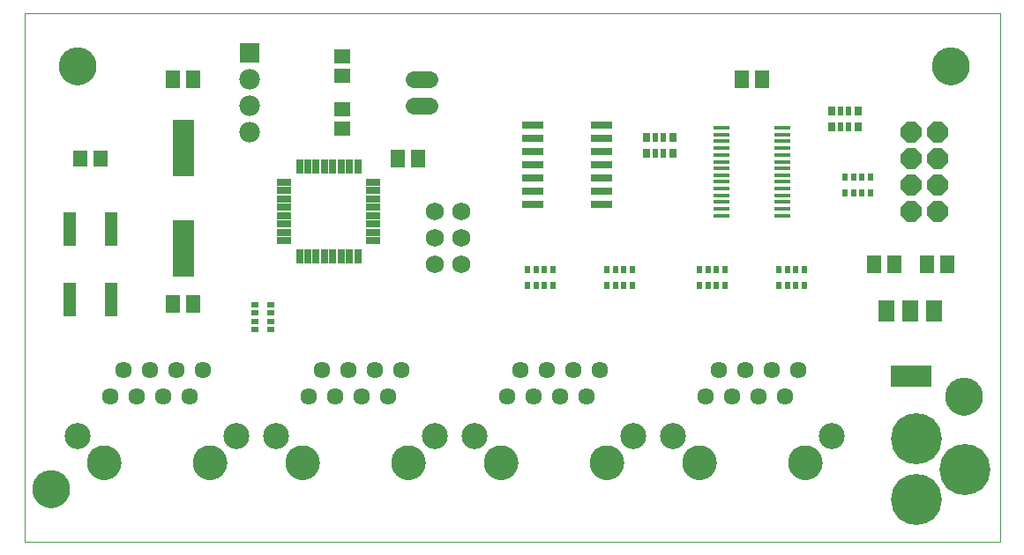
<source format=gts>
G75*
%MOIN*%
%OFA0B0*%
%FSLAX25Y25*%
%IPPOS*%
%LPD*%
%AMOC8*
5,1,8,0,0,1.08239X$1,22.5*
%
%ADD10C,0.00000*%
%ADD11C,0.14180*%
%ADD12R,0.06200X0.01800*%
%ADD13R,0.03156X0.02172*%
%ADD14R,0.08400X0.03000*%
%ADD15R,0.02172X0.03156*%
%ADD16R,0.05518X0.06699*%
%ADD17R,0.02762X0.03550*%
%ADD18R,0.02369X0.03550*%
%ADD19R,0.05400X0.02600*%
%ADD20R,0.02600X0.05400*%
%ADD21R,0.08000X0.21400*%
%ADD22R,0.06306X0.05518*%
%ADD23R,0.06300X0.08300*%
%ADD24R,0.15400X0.08300*%
%ADD25C,0.06800*%
%ADD26R,0.05518X0.06306*%
%ADD27R,0.05124X0.12998*%
%ADD28C,0.06400*%
%ADD29C,0.06337*%
%ADD30C,0.09849*%
%ADD31C,0.12998*%
%ADD32C,0.19298*%
%ADD33OC8,0.07800*%
%ADD34R,0.07800X0.07800*%
%ADD35C,0.07800*%
D10*
X0006300Y0016250D02*
X0006300Y0216211D01*
X0375001Y0216211D01*
X0375001Y0016250D01*
X0006300Y0016250D01*
X0009410Y0036250D02*
X0009412Y0036419D01*
X0009418Y0036588D01*
X0009429Y0036757D01*
X0009443Y0036925D01*
X0009462Y0037093D01*
X0009485Y0037261D01*
X0009511Y0037428D01*
X0009542Y0037594D01*
X0009577Y0037760D01*
X0009616Y0037924D01*
X0009660Y0038088D01*
X0009707Y0038250D01*
X0009758Y0038411D01*
X0009813Y0038571D01*
X0009872Y0038730D01*
X0009934Y0038887D01*
X0010001Y0039042D01*
X0010072Y0039196D01*
X0010146Y0039348D01*
X0010224Y0039498D01*
X0010305Y0039646D01*
X0010390Y0039792D01*
X0010479Y0039936D01*
X0010571Y0040078D01*
X0010667Y0040217D01*
X0010766Y0040354D01*
X0010868Y0040489D01*
X0010974Y0040621D01*
X0011083Y0040750D01*
X0011195Y0040877D01*
X0011310Y0041001D01*
X0011428Y0041122D01*
X0011549Y0041240D01*
X0011673Y0041355D01*
X0011800Y0041467D01*
X0011929Y0041576D01*
X0012061Y0041682D01*
X0012196Y0041784D01*
X0012333Y0041883D01*
X0012472Y0041979D01*
X0012614Y0042071D01*
X0012758Y0042160D01*
X0012904Y0042245D01*
X0013052Y0042326D01*
X0013202Y0042404D01*
X0013354Y0042478D01*
X0013508Y0042549D01*
X0013663Y0042616D01*
X0013820Y0042678D01*
X0013979Y0042737D01*
X0014139Y0042792D01*
X0014300Y0042843D01*
X0014462Y0042890D01*
X0014626Y0042934D01*
X0014790Y0042973D01*
X0014956Y0043008D01*
X0015122Y0043039D01*
X0015289Y0043065D01*
X0015457Y0043088D01*
X0015625Y0043107D01*
X0015793Y0043121D01*
X0015962Y0043132D01*
X0016131Y0043138D01*
X0016300Y0043140D01*
X0016469Y0043138D01*
X0016638Y0043132D01*
X0016807Y0043121D01*
X0016975Y0043107D01*
X0017143Y0043088D01*
X0017311Y0043065D01*
X0017478Y0043039D01*
X0017644Y0043008D01*
X0017810Y0042973D01*
X0017974Y0042934D01*
X0018138Y0042890D01*
X0018300Y0042843D01*
X0018461Y0042792D01*
X0018621Y0042737D01*
X0018780Y0042678D01*
X0018937Y0042616D01*
X0019092Y0042549D01*
X0019246Y0042478D01*
X0019398Y0042404D01*
X0019548Y0042326D01*
X0019696Y0042245D01*
X0019842Y0042160D01*
X0019986Y0042071D01*
X0020128Y0041979D01*
X0020267Y0041883D01*
X0020404Y0041784D01*
X0020539Y0041682D01*
X0020671Y0041576D01*
X0020800Y0041467D01*
X0020927Y0041355D01*
X0021051Y0041240D01*
X0021172Y0041122D01*
X0021290Y0041001D01*
X0021405Y0040877D01*
X0021517Y0040750D01*
X0021626Y0040621D01*
X0021732Y0040489D01*
X0021834Y0040354D01*
X0021933Y0040217D01*
X0022029Y0040078D01*
X0022121Y0039936D01*
X0022210Y0039792D01*
X0022295Y0039646D01*
X0022376Y0039498D01*
X0022454Y0039348D01*
X0022528Y0039196D01*
X0022599Y0039042D01*
X0022666Y0038887D01*
X0022728Y0038730D01*
X0022787Y0038571D01*
X0022842Y0038411D01*
X0022893Y0038250D01*
X0022940Y0038088D01*
X0022984Y0037924D01*
X0023023Y0037760D01*
X0023058Y0037594D01*
X0023089Y0037428D01*
X0023115Y0037261D01*
X0023138Y0037093D01*
X0023157Y0036925D01*
X0023171Y0036757D01*
X0023182Y0036588D01*
X0023188Y0036419D01*
X0023190Y0036250D01*
X0023188Y0036081D01*
X0023182Y0035912D01*
X0023171Y0035743D01*
X0023157Y0035575D01*
X0023138Y0035407D01*
X0023115Y0035239D01*
X0023089Y0035072D01*
X0023058Y0034906D01*
X0023023Y0034740D01*
X0022984Y0034576D01*
X0022940Y0034412D01*
X0022893Y0034250D01*
X0022842Y0034089D01*
X0022787Y0033929D01*
X0022728Y0033770D01*
X0022666Y0033613D01*
X0022599Y0033458D01*
X0022528Y0033304D01*
X0022454Y0033152D01*
X0022376Y0033002D01*
X0022295Y0032854D01*
X0022210Y0032708D01*
X0022121Y0032564D01*
X0022029Y0032422D01*
X0021933Y0032283D01*
X0021834Y0032146D01*
X0021732Y0032011D01*
X0021626Y0031879D01*
X0021517Y0031750D01*
X0021405Y0031623D01*
X0021290Y0031499D01*
X0021172Y0031378D01*
X0021051Y0031260D01*
X0020927Y0031145D01*
X0020800Y0031033D01*
X0020671Y0030924D01*
X0020539Y0030818D01*
X0020404Y0030716D01*
X0020267Y0030617D01*
X0020128Y0030521D01*
X0019986Y0030429D01*
X0019842Y0030340D01*
X0019696Y0030255D01*
X0019548Y0030174D01*
X0019398Y0030096D01*
X0019246Y0030022D01*
X0019092Y0029951D01*
X0018937Y0029884D01*
X0018780Y0029822D01*
X0018621Y0029763D01*
X0018461Y0029708D01*
X0018300Y0029657D01*
X0018138Y0029610D01*
X0017974Y0029566D01*
X0017810Y0029527D01*
X0017644Y0029492D01*
X0017478Y0029461D01*
X0017311Y0029435D01*
X0017143Y0029412D01*
X0016975Y0029393D01*
X0016807Y0029379D01*
X0016638Y0029368D01*
X0016469Y0029362D01*
X0016300Y0029360D01*
X0016131Y0029362D01*
X0015962Y0029368D01*
X0015793Y0029379D01*
X0015625Y0029393D01*
X0015457Y0029412D01*
X0015289Y0029435D01*
X0015122Y0029461D01*
X0014956Y0029492D01*
X0014790Y0029527D01*
X0014626Y0029566D01*
X0014462Y0029610D01*
X0014300Y0029657D01*
X0014139Y0029708D01*
X0013979Y0029763D01*
X0013820Y0029822D01*
X0013663Y0029884D01*
X0013508Y0029951D01*
X0013354Y0030022D01*
X0013202Y0030096D01*
X0013052Y0030174D01*
X0012904Y0030255D01*
X0012758Y0030340D01*
X0012614Y0030429D01*
X0012472Y0030521D01*
X0012333Y0030617D01*
X0012196Y0030716D01*
X0012061Y0030818D01*
X0011929Y0030924D01*
X0011800Y0031033D01*
X0011673Y0031145D01*
X0011549Y0031260D01*
X0011428Y0031378D01*
X0011310Y0031499D01*
X0011195Y0031623D01*
X0011083Y0031750D01*
X0010974Y0031879D01*
X0010868Y0032011D01*
X0010766Y0032146D01*
X0010667Y0032283D01*
X0010571Y0032422D01*
X0010479Y0032564D01*
X0010390Y0032708D01*
X0010305Y0032854D01*
X0010224Y0033002D01*
X0010146Y0033152D01*
X0010072Y0033304D01*
X0010001Y0033458D01*
X0009934Y0033613D01*
X0009872Y0033770D01*
X0009813Y0033929D01*
X0009758Y0034089D01*
X0009707Y0034250D01*
X0009660Y0034412D01*
X0009616Y0034576D01*
X0009577Y0034740D01*
X0009542Y0034906D01*
X0009511Y0035072D01*
X0009485Y0035239D01*
X0009462Y0035407D01*
X0009443Y0035575D01*
X0009429Y0035743D01*
X0009418Y0035912D01*
X0009412Y0036081D01*
X0009410Y0036250D01*
X0030001Y0046250D02*
X0030003Y0046408D01*
X0030009Y0046566D01*
X0030019Y0046724D01*
X0030033Y0046882D01*
X0030051Y0047039D01*
X0030072Y0047196D01*
X0030098Y0047352D01*
X0030128Y0047508D01*
X0030161Y0047663D01*
X0030199Y0047816D01*
X0030240Y0047969D01*
X0030285Y0048121D01*
X0030334Y0048272D01*
X0030387Y0048421D01*
X0030443Y0048569D01*
X0030503Y0048715D01*
X0030567Y0048860D01*
X0030635Y0049003D01*
X0030706Y0049145D01*
X0030780Y0049285D01*
X0030858Y0049422D01*
X0030940Y0049558D01*
X0031024Y0049692D01*
X0031113Y0049823D01*
X0031204Y0049952D01*
X0031299Y0050079D01*
X0031396Y0050204D01*
X0031497Y0050326D01*
X0031601Y0050445D01*
X0031708Y0050562D01*
X0031818Y0050676D01*
X0031931Y0050787D01*
X0032046Y0050896D01*
X0032164Y0051001D01*
X0032285Y0051103D01*
X0032408Y0051203D01*
X0032534Y0051299D01*
X0032662Y0051392D01*
X0032792Y0051482D01*
X0032925Y0051568D01*
X0033060Y0051652D01*
X0033196Y0051731D01*
X0033335Y0051808D01*
X0033476Y0051880D01*
X0033618Y0051950D01*
X0033762Y0052015D01*
X0033908Y0052077D01*
X0034055Y0052135D01*
X0034204Y0052190D01*
X0034354Y0052241D01*
X0034505Y0052288D01*
X0034657Y0052331D01*
X0034810Y0052370D01*
X0034965Y0052406D01*
X0035120Y0052437D01*
X0035276Y0052465D01*
X0035432Y0052489D01*
X0035589Y0052509D01*
X0035747Y0052525D01*
X0035904Y0052537D01*
X0036063Y0052545D01*
X0036221Y0052549D01*
X0036379Y0052549D01*
X0036537Y0052545D01*
X0036696Y0052537D01*
X0036853Y0052525D01*
X0037011Y0052509D01*
X0037168Y0052489D01*
X0037324Y0052465D01*
X0037480Y0052437D01*
X0037635Y0052406D01*
X0037790Y0052370D01*
X0037943Y0052331D01*
X0038095Y0052288D01*
X0038246Y0052241D01*
X0038396Y0052190D01*
X0038545Y0052135D01*
X0038692Y0052077D01*
X0038838Y0052015D01*
X0038982Y0051950D01*
X0039124Y0051880D01*
X0039265Y0051808D01*
X0039404Y0051731D01*
X0039540Y0051652D01*
X0039675Y0051568D01*
X0039808Y0051482D01*
X0039938Y0051392D01*
X0040066Y0051299D01*
X0040192Y0051203D01*
X0040315Y0051103D01*
X0040436Y0051001D01*
X0040554Y0050896D01*
X0040669Y0050787D01*
X0040782Y0050676D01*
X0040892Y0050562D01*
X0040999Y0050445D01*
X0041103Y0050326D01*
X0041204Y0050204D01*
X0041301Y0050079D01*
X0041396Y0049952D01*
X0041487Y0049823D01*
X0041576Y0049692D01*
X0041660Y0049558D01*
X0041742Y0049422D01*
X0041820Y0049285D01*
X0041894Y0049145D01*
X0041965Y0049003D01*
X0042033Y0048860D01*
X0042097Y0048715D01*
X0042157Y0048569D01*
X0042213Y0048421D01*
X0042266Y0048272D01*
X0042315Y0048121D01*
X0042360Y0047969D01*
X0042401Y0047816D01*
X0042439Y0047663D01*
X0042472Y0047508D01*
X0042502Y0047352D01*
X0042528Y0047196D01*
X0042549Y0047039D01*
X0042567Y0046882D01*
X0042581Y0046724D01*
X0042591Y0046566D01*
X0042597Y0046408D01*
X0042599Y0046250D01*
X0042597Y0046092D01*
X0042591Y0045934D01*
X0042581Y0045776D01*
X0042567Y0045618D01*
X0042549Y0045461D01*
X0042528Y0045304D01*
X0042502Y0045148D01*
X0042472Y0044992D01*
X0042439Y0044837D01*
X0042401Y0044684D01*
X0042360Y0044531D01*
X0042315Y0044379D01*
X0042266Y0044228D01*
X0042213Y0044079D01*
X0042157Y0043931D01*
X0042097Y0043785D01*
X0042033Y0043640D01*
X0041965Y0043497D01*
X0041894Y0043355D01*
X0041820Y0043215D01*
X0041742Y0043078D01*
X0041660Y0042942D01*
X0041576Y0042808D01*
X0041487Y0042677D01*
X0041396Y0042548D01*
X0041301Y0042421D01*
X0041204Y0042296D01*
X0041103Y0042174D01*
X0040999Y0042055D01*
X0040892Y0041938D01*
X0040782Y0041824D01*
X0040669Y0041713D01*
X0040554Y0041604D01*
X0040436Y0041499D01*
X0040315Y0041397D01*
X0040192Y0041297D01*
X0040066Y0041201D01*
X0039938Y0041108D01*
X0039808Y0041018D01*
X0039675Y0040932D01*
X0039540Y0040848D01*
X0039404Y0040769D01*
X0039265Y0040692D01*
X0039124Y0040620D01*
X0038982Y0040550D01*
X0038838Y0040485D01*
X0038692Y0040423D01*
X0038545Y0040365D01*
X0038396Y0040310D01*
X0038246Y0040259D01*
X0038095Y0040212D01*
X0037943Y0040169D01*
X0037790Y0040130D01*
X0037635Y0040094D01*
X0037480Y0040063D01*
X0037324Y0040035D01*
X0037168Y0040011D01*
X0037011Y0039991D01*
X0036853Y0039975D01*
X0036696Y0039963D01*
X0036537Y0039955D01*
X0036379Y0039951D01*
X0036221Y0039951D01*
X0036063Y0039955D01*
X0035904Y0039963D01*
X0035747Y0039975D01*
X0035589Y0039991D01*
X0035432Y0040011D01*
X0035276Y0040035D01*
X0035120Y0040063D01*
X0034965Y0040094D01*
X0034810Y0040130D01*
X0034657Y0040169D01*
X0034505Y0040212D01*
X0034354Y0040259D01*
X0034204Y0040310D01*
X0034055Y0040365D01*
X0033908Y0040423D01*
X0033762Y0040485D01*
X0033618Y0040550D01*
X0033476Y0040620D01*
X0033335Y0040692D01*
X0033196Y0040769D01*
X0033060Y0040848D01*
X0032925Y0040932D01*
X0032792Y0041018D01*
X0032662Y0041108D01*
X0032534Y0041201D01*
X0032408Y0041297D01*
X0032285Y0041397D01*
X0032164Y0041499D01*
X0032046Y0041604D01*
X0031931Y0041713D01*
X0031818Y0041824D01*
X0031708Y0041938D01*
X0031601Y0042055D01*
X0031497Y0042174D01*
X0031396Y0042296D01*
X0031299Y0042421D01*
X0031204Y0042548D01*
X0031113Y0042677D01*
X0031024Y0042808D01*
X0030940Y0042942D01*
X0030858Y0043078D01*
X0030780Y0043215D01*
X0030706Y0043355D01*
X0030635Y0043497D01*
X0030567Y0043640D01*
X0030503Y0043785D01*
X0030443Y0043931D01*
X0030387Y0044079D01*
X0030334Y0044228D01*
X0030285Y0044379D01*
X0030240Y0044531D01*
X0030199Y0044684D01*
X0030161Y0044837D01*
X0030128Y0044992D01*
X0030098Y0045148D01*
X0030072Y0045304D01*
X0030051Y0045461D01*
X0030033Y0045618D01*
X0030019Y0045776D01*
X0030009Y0045934D01*
X0030003Y0046092D01*
X0030001Y0046250D01*
X0070001Y0046250D02*
X0070003Y0046408D01*
X0070009Y0046566D01*
X0070019Y0046724D01*
X0070033Y0046882D01*
X0070051Y0047039D01*
X0070072Y0047196D01*
X0070098Y0047352D01*
X0070128Y0047508D01*
X0070161Y0047663D01*
X0070199Y0047816D01*
X0070240Y0047969D01*
X0070285Y0048121D01*
X0070334Y0048272D01*
X0070387Y0048421D01*
X0070443Y0048569D01*
X0070503Y0048715D01*
X0070567Y0048860D01*
X0070635Y0049003D01*
X0070706Y0049145D01*
X0070780Y0049285D01*
X0070858Y0049422D01*
X0070940Y0049558D01*
X0071024Y0049692D01*
X0071113Y0049823D01*
X0071204Y0049952D01*
X0071299Y0050079D01*
X0071396Y0050204D01*
X0071497Y0050326D01*
X0071601Y0050445D01*
X0071708Y0050562D01*
X0071818Y0050676D01*
X0071931Y0050787D01*
X0072046Y0050896D01*
X0072164Y0051001D01*
X0072285Y0051103D01*
X0072408Y0051203D01*
X0072534Y0051299D01*
X0072662Y0051392D01*
X0072792Y0051482D01*
X0072925Y0051568D01*
X0073060Y0051652D01*
X0073196Y0051731D01*
X0073335Y0051808D01*
X0073476Y0051880D01*
X0073618Y0051950D01*
X0073762Y0052015D01*
X0073908Y0052077D01*
X0074055Y0052135D01*
X0074204Y0052190D01*
X0074354Y0052241D01*
X0074505Y0052288D01*
X0074657Y0052331D01*
X0074810Y0052370D01*
X0074965Y0052406D01*
X0075120Y0052437D01*
X0075276Y0052465D01*
X0075432Y0052489D01*
X0075589Y0052509D01*
X0075747Y0052525D01*
X0075904Y0052537D01*
X0076063Y0052545D01*
X0076221Y0052549D01*
X0076379Y0052549D01*
X0076537Y0052545D01*
X0076696Y0052537D01*
X0076853Y0052525D01*
X0077011Y0052509D01*
X0077168Y0052489D01*
X0077324Y0052465D01*
X0077480Y0052437D01*
X0077635Y0052406D01*
X0077790Y0052370D01*
X0077943Y0052331D01*
X0078095Y0052288D01*
X0078246Y0052241D01*
X0078396Y0052190D01*
X0078545Y0052135D01*
X0078692Y0052077D01*
X0078838Y0052015D01*
X0078982Y0051950D01*
X0079124Y0051880D01*
X0079265Y0051808D01*
X0079404Y0051731D01*
X0079540Y0051652D01*
X0079675Y0051568D01*
X0079808Y0051482D01*
X0079938Y0051392D01*
X0080066Y0051299D01*
X0080192Y0051203D01*
X0080315Y0051103D01*
X0080436Y0051001D01*
X0080554Y0050896D01*
X0080669Y0050787D01*
X0080782Y0050676D01*
X0080892Y0050562D01*
X0080999Y0050445D01*
X0081103Y0050326D01*
X0081204Y0050204D01*
X0081301Y0050079D01*
X0081396Y0049952D01*
X0081487Y0049823D01*
X0081576Y0049692D01*
X0081660Y0049558D01*
X0081742Y0049422D01*
X0081820Y0049285D01*
X0081894Y0049145D01*
X0081965Y0049003D01*
X0082033Y0048860D01*
X0082097Y0048715D01*
X0082157Y0048569D01*
X0082213Y0048421D01*
X0082266Y0048272D01*
X0082315Y0048121D01*
X0082360Y0047969D01*
X0082401Y0047816D01*
X0082439Y0047663D01*
X0082472Y0047508D01*
X0082502Y0047352D01*
X0082528Y0047196D01*
X0082549Y0047039D01*
X0082567Y0046882D01*
X0082581Y0046724D01*
X0082591Y0046566D01*
X0082597Y0046408D01*
X0082599Y0046250D01*
X0082597Y0046092D01*
X0082591Y0045934D01*
X0082581Y0045776D01*
X0082567Y0045618D01*
X0082549Y0045461D01*
X0082528Y0045304D01*
X0082502Y0045148D01*
X0082472Y0044992D01*
X0082439Y0044837D01*
X0082401Y0044684D01*
X0082360Y0044531D01*
X0082315Y0044379D01*
X0082266Y0044228D01*
X0082213Y0044079D01*
X0082157Y0043931D01*
X0082097Y0043785D01*
X0082033Y0043640D01*
X0081965Y0043497D01*
X0081894Y0043355D01*
X0081820Y0043215D01*
X0081742Y0043078D01*
X0081660Y0042942D01*
X0081576Y0042808D01*
X0081487Y0042677D01*
X0081396Y0042548D01*
X0081301Y0042421D01*
X0081204Y0042296D01*
X0081103Y0042174D01*
X0080999Y0042055D01*
X0080892Y0041938D01*
X0080782Y0041824D01*
X0080669Y0041713D01*
X0080554Y0041604D01*
X0080436Y0041499D01*
X0080315Y0041397D01*
X0080192Y0041297D01*
X0080066Y0041201D01*
X0079938Y0041108D01*
X0079808Y0041018D01*
X0079675Y0040932D01*
X0079540Y0040848D01*
X0079404Y0040769D01*
X0079265Y0040692D01*
X0079124Y0040620D01*
X0078982Y0040550D01*
X0078838Y0040485D01*
X0078692Y0040423D01*
X0078545Y0040365D01*
X0078396Y0040310D01*
X0078246Y0040259D01*
X0078095Y0040212D01*
X0077943Y0040169D01*
X0077790Y0040130D01*
X0077635Y0040094D01*
X0077480Y0040063D01*
X0077324Y0040035D01*
X0077168Y0040011D01*
X0077011Y0039991D01*
X0076853Y0039975D01*
X0076696Y0039963D01*
X0076537Y0039955D01*
X0076379Y0039951D01*
X0076221Y0039951D01*
X0076063Y0039955D01*
X0075904Y0039963D01*
X0075747Y0039975D01*
X0075589Y0039991D01*
X0075432Y0040011D01*
X0075276Y0040035D01*
X0075120Y0040063D01*
X0074965Y0040094D01*
X0074810Y0040130D01*
X0074657Y0040169D01*
X0074505Y0040212D01*
X0074354Y0040259D01*
X0074204Y0040310D01*
X0074055Y0040365D01*
X0073908Y0040423D01*
X0073762Y0040485D01*
X0073618Y0040550D01*
X0073476Y0040620D01*
X0073335Y0040692D01*
X0073196Y0040769D01*
X0073060Y0040848D01*
X0072925Y0040932D01*
X0072792Y0041018D01*
X0072662Y0041108D01*
X0072534Y0041201D01*
X0072408Y0041297D01*
X0072285Y0041397D01*
X0072164Y0041499D01*
X0072046Y0041604D01*
X0071931Y0041713D01*
X0071818Y0041824D01*
X0071708Y0041938D01*
X0071601Y0042055D01*
X0071497Y0042174D01*
X0071396Y0042296D01*
X0071299Y0042421D01*
X0071204Y0042548D01*
X0071113Y0042677D01*
X0071024Y0042808D01*
X0070940Y0042942D01*
X0070858Y0043078D01*
X0070780Y0043215D01*
X0070706Y0043355D01*
X0070635Y0043497D01*
X0070567Y0043640D01*
X0070503Y0043785D01*
X0070443Y0043931D01*
X0070387Y0044079D01*
X0070334Y0044228D01*
X0070285Y0044379D01*
X0070240Y0044531D01*
X0070199Y0044684D01*
X0070161Y0044837D01*
X0070128Y0044992D01*
X0070098Y0045148D01*
X0070072Y0045304D01*
X0070051Y0045461D01*
X0070033Y0045618D01*
X0070019Y0045776D01*
X0070009Y0045934D01*
X0070003Y0046092D01*
X0070001Y0046250D01*
X0105001Y0046250D02*
X0105003Y0046408D01*
X0105009Y0046566D01*
X0105019Y0046724D01*
X0105033Y0046882D01*
X0105051Y0047039D01*
X0105072Y0047196D01*
X0105098Y0047352D01*
X0105128Y0047508D01*
X0105161Y0047663D01*
X0105199Y0047816D01*
X0105240Y0047969D01*
X0105285Y0048121D01*
X0105334Y0048272D01*
X0105387Y0048421D01*
X0105443Y0048569D01*
X0105503Y0048715D01*
X0105567Y0048860D01*
X0105635Y0049003D01*
X0105706Y0049145D01*
X0105780Y0049285D01*
X0105858Y0049422D01*
X0105940Y0049558D01*
X0106024Y0049692D01*
X0106113Y0049823D01*
X0106204Y0049952D01*
X0106299Y0050079D01*
X0106396Y0050204D01*
X0106497Y0050326D01*
X0106601Y0050445D01*
X0106708Y0050562D01*
X0106818Y0050676D01*
X0106931Y0050787D01*
X0107046Y0050896D01*
X0107164Y0051001D01*
X0107285Y0051103D01*
X0107408Y0051203D01*
X0107534Y0051299D01*
X0107662Y0051392D01*
X0107792Y0051482D01*
X0107925Y0051568D01*
X0108060Y0051652D01*
X0108196Y0051731D01*
X0108335Y0051808D01*
X0108476Y0051880D01*
X0108618Y0051950D01*
X0108762Y0052015D01*
X0108908Y0052077D01*
X0109055Y0052135D01*
X0109204Y0052190D01*
X0109354Y0052241D01*
X0109505Y0052288D01*
X0109657Y0052331D01*
X0109810Y0052370D01*
X0109965Y0052406D01*
X0110120Y0052437D01*
X0110276Y0052465D01*
X0110432Y0052489D01*
X0110589Y0052509D01*
X0110747Y0052525D01*
X0110904Y0052537D01*
X0111063Y0052545D01*
X0111221Y0052549D01*
X0111379Y0052549D01*
X0111537Y0052545D01*
X0111696Y0052537D01*
X0111853Y0052525D01*
X0112011Y0052509D01*
X0112168Y0052489D01*
X0112324Y0052465D01*
X0112480Y0052437D01*
X0112635Y0052406D01*
X0112790Y0052370D01*
X0112943Y0052331D01*
X0113095Y0052288D01*
X0113246Y0052241D01*
X0113396Y0052190D01*
X0113545Y0052135D01*
X0113692Y0052077D01*
X0113838Y0052015D01*
X0113982Y0051950D01*
X0114124Y0051880D01*
X0114265Y0051808D01*
X0114404Y0051731D01*
X0114540Y0051652D01*
X0114675Y0051568D01*
X0114808Y0051482D01*
X0114938Y0051392D01*
X0115066Y0051299D01*
X0115192Y0051203D01*
X0115315Y0051103D01*
X0115436Y0051001D01*
X0115554Y0050896D01*
X0115669Y0050787D01*
X0115782Y0050676D01*
X0115892Y0050562D01*
X0115999Y0050445D01*
X0116103Y0050326D01*
X0116204Y0050204D01*
X0116301Y0050079D01*
X0116396Y0049952D01*
X0116487Y0049823D01*
X0116576Y0049692D01*
X0116660Y0049558D01*
X0116742Y0049422D01*
X0116820Y0049285D01*
X0116894Y0049145D01*
X0116965Y0049003D01*
X0117033Y0048860D01*
X0117097Y0048715D01*
X0117157Y0048569D01*
X0117213Y0048421D01*
X0117266Y0048272D01*
X0117315Y0048121D01*
X0117360Y0047969D01*
X0117401Y0047816D01*
X0117439Y0047663D01*
X0117472Y0047508D01*
X0117502Y0047352D01*
X0117528Y0047196D01*
X0117549Y0047039D01*
X0117567Y0046882D01*
X0117581Y0046724D01*
X0117591Y0046566D01*
X0117597Y0046408D01*
X0117599Y0046250D01*
X0117597Y0046092D01*
X0117591Y0045934D01*
X0117581Y0045776D01*
X0117567Y0045618D01*
X0117549Y0045461D01*
X0117528Y0045304D01*
X0117502Y0045148D01*
X0117472Y0044992D01*
X0117439Y0044837D01*
X0117401Y0044684D01*
X0117360Y0044531D01*
X0117315Y0044379D01*
X0117266Y0044228D01*
X0117213Y0044079D01*
X0117157Y0043931D01*
X0117097Y0043785D01*
X0117033Y0043640D01*
X0116965Y0043497D01*
X0116894Y0043355D01*
X0116820Y0043215D01*
X0116742Y0043078D01*
X0116660Y0042942D01*
X0116576Y0042808D01*
X0116487Y0042677D01*
X0116396Y0042548D01*
X0116301Y0042421D01*
X0116204Y0042296D01*
X0116103Y0042174D01*
X0115999Y0042055D01*
X0115892Y0041938D01*
X0115782Y0041824D01*
X0115669Y0041713D01*
X0115554Y0041604D01*
X0115436Y0041499D01*
X0115315Y0041397D01*
X0115192Y0041297D01*
X0115066Y0041201D01*
X0114938Y0041108D01*
X0114808Y0041018D01*
X0114675Y0040932D01*
X0114540Y0040848D01*
X0114404Y0040769D01*
X0114265Y0040692D01*
X0114124Y0040620D01*
X0113982Y0040550D01*
X0113838Y0040485D01*
X0113692Y0040423D01*
X0113545Y0040365D01*
X0113396Y0040310D01*
X0113246Y0040259D01*
X0113095Y0040212D01*
X0112943Y0040169D01*
X0112790Y0040130D01*
X0112635Y0040094D01*
X0112480Y0040063D01*
X0112324Y0040035D01*
X0112168Y0040011D01*
X0112011Y0039991D01*
X0111853Y0039975D01*
X0111696Y0039963D01*
X0111537Y0039955D01*
X0111379Y0039951D01*
X0111221Y0039951D01*
X0111063Y0039955D01*
X0110904Y0039963D01*
X0110747Y0039975D01*
X0110589Y0039991D01*
X0110432Y0040011D01*
X0110276Y0040035D01*
X0110120Y0040063D01*
X0109965Y0040094D01*
X0109810Y0040130D01*
X0109657Y0040169D01*
X0109505Y0040212D01*
X0109354Y0040259D01*
X0109204Y0040310D01*
X0109055Y0040365D01*
X0108908Y0040423D01*
X0108762Y0040485D01*
X0108618Y0040550D01*
X0108476Y0040620D01*
X0108335Y0040692D01*
X0108196Y0040769D01*
X0108060Y0040848D01*
X0107925Y0040932D01*
X0107792Y0041018D01*
X0107662Y0041108D01*
X0107534Y0041201D01*
X0107408Y0041297D01*
X0107285Y0041397D01*
X0107164Y0041499D01*
X0107046Y0041604D01*
X0106931Y0041713D01*
X0106818Y0041824D01*
X0106708Y0041938D01*
X0106601Y0042055D01*
X0106497Y0042174D01*
X0106396Y0042296D01*
X0106299Y0042421D01*
X0106204Y0042548D01*
X0106113Y0042677D01*
X0106024Y0042808D01*
X0105940Y0042942D01*
X0105858Y0043078D01*
X0105780Y0043215D01*
X0105706Y0043355D01*
X0105635Y0043497D01*
X0105567Y0043640D01*
X0105503Y0043785D01*
X0105443Y0043931D01*
X0105387Y0044079D01*
X0105334Y0044228D01*
X0105285Y0044379D01*
X0105240Y0044531D01*
X0105199Y0044684D01*
X0105161Y0044837D01*
X0105128Y0044992D01*
X0105098Y0045148D01*
X0105072Y0045304D01*
X0105051Y0045461D01*
X0105033Y0045618D01*
X0105019Y0045776D01*
X0105009Y0045934D01*
X0105003Y0046092D01*
X0105001Y0046250D01*
X0145001Y0046250D02*
X0145003Y0046408D01*
X0145009Y0046566D01*
X0145019Y0046724D01*
X0145033Y0046882D01*
X0145051Y0047039D01*
X0145072Y0047196D01*
X0145098Y0047352D01*
X0145128Y0047508D01*
X0145161Y0047663D01*
X0145199Y0047816D01*
X0145240Y0047969D01*
X0145285Y0048121D01*
X0145334Y0048272D01*
X0145387Y0048421D01*
X0145443Y0048569D01*
X0145503Y0048715D01*
X0145567Y0048860D01*
X0145635Y0049003D01*
X0145706Y0049145D01*
X0145780Y0049285D01*
X0145858Y0049422D01*
X0145940Y0049558D01*
X0146024Y0049692D01*
X0146113Y0049823D01*
X0146204Y0049952D01*
X0146299Y0050079D01*
X0146396Y0050204D01*
X0146497Y0050326D01*
X0146601Y0050445D01*
X0146708Y0050562D01*
X0146818Y0050676D01*
X0146931Y0050787D01*
X0147046Y0050896D01*
X0147164Y0051001D01*
X0147285Y0051103D01*
X0147408Y0051203D01*
X0147534Y0051299D01*
X0147662Y0051392D01*
X0147792Y0051482D01*
X0147925Y0051568D01*
X0148060Y0051652D01*
X0148196Y0051731D01*
X0148335Y0051808D01*
X0148476Y0051880D01*
X0148618Y0051950D01*
X0148762Y0052015D01*
X0148908Y0052077D01*
X0149055Y0052135D01*
X0149204Y0052190D01*
X0149354Y0052241D01*
X0149505Y0052288D01*
X0149657Y0052331D01*
X0149810Y0052370D01*
X0149965Y0052406D01*
X0150120Y0052437D01*
X0150276Y0052465D01*
X0150432Y0052489D01*
X0150589Y0052509D01*
X0150747Y0052525D01*
X0150904Y0052537D01*
X0151063Y0052545D01*
X0151221Y0052549D01*
X0151379Y0052549D01*
X0151537Y0052545D01*
X0151696Y0052537D01*
X0151853Y0052525D01*
X0152011Y0052509D01*
X0152168Y0052489D01*
X0152324Y0052465D01*
X0152480Y0052437D01*
X0152635Y0052406D01*
X0152790Y0052370D01*
X0152943Y0052331D01*
X0153095Y0052288D01*
X0153246Y0052241D01*
X0153396Y0052190D01*
X0153545Y0052135D01*
X0153692Y0052077D01*
X0153838Y0052015D01*
X0153982Y0051950D01*
X0154124Y0051880D01*
X0154265Y0051808D01*
X0154404Y0051731D01*
X0154540Y0051652D01*
X0154675Y0051568D01*
X0154808Y0051482D01*
X0154938Y0051392D01*
X0155066Y0051299D01*
X0155192Y0051203D01*
X0155315Y0051103D01*
X0155436Y0051001D01*
X0155554Y0050896D01*
X0155669Y0050787D01*
X0155782Y0050676D01*
X0155892Y0050562D01*
X0155999Y0050445D01*
X0156103Y0050326D01*
X0156204Y0050204D01*
X0156301Y0050079D01*
X0156396Y0049952D01*
X0156487Y0049823D01*
X0156576Y0049692D01*
X0156660Y0049558D01*
X0156742Y0049422D01*
X0156820Y0049285D01*
X0156894Y0049145D01*
X0156965Y0049003D01*
X0157033Y0048860D01*
X0157097Y0048715D01*
X0157157Y0048569D01*
X0157213Y0048421D01*
X0157266Y0048272D01*
X0157315Y0048121D01*
X0157360Y0047969D01*
X0157401Y0047816D01*
X0157439Y0047663D01*
X0157472Y0047508D01*
X0157502Y0047352D01*
X0157528Y0047196D01*
X0157549Y0047039D01*
X0157567Y0046882D01*
X0157581Y0046724D01*
X0157591Y0046566D01*
X0157597Y0046408D01*
X0157599Y0046250D01*
X0157597Y0046092D01*
X0157591Y0045934D01*
X0157581Y0045776D01*
X0157567Y0045618D01*
X0157549Y0045461D01*
X0157528Y0045304D01*
X0157502Y0045148D01*
X0157472Y0044992D01*
X0157439Y0044837D01*
X0157401Y0044684D01*
X0157360Y0044531D01*
X0157315Y0044379D01*
X0157266Y0044228D01*
X0157213Y0044079D01*
X0157157Y0043931D01*
X0157097Y0043785D01*
X0157033Y0043640D01*
X0156965Y0043497D01*
X0156894Y0043355D01*
X0156820Y0043215D01*
X0156742Y0043078D01*
X0156660Y0042942D01*
X0156576Y0042808D01*
X0156487Y0042677D01*
X0156396Y0042548D01*
X0156301Y0042421D01*
X0156204Y0042296D01*
X0156103Y0042174D01*
X0155999Y0042055D01*
X0155892Y0041938D01*
X0155782Y0041824D01*
X0155669Y0041713D01*
X0155554Y0041604D01*
X0155436Y0041499D01*
X0155315Y0041397D01*
X0155192Y0041297D01*
X0155066Y0041201D01*
X0154938Y0041108D01*
X0154808Y0041018D01*
X0154675Y0040932D01*
X0154540Y0040848D01*
X0154404Y0040769D01*
X0154265Y0040692D01*
X0154124Y0040620D01*
X0153982Y0040550D01*
X0153838Y0040485D01*
X0153692Y0040423D01*
X0153545Y0040365D01*
X0153396Y0040310D01*
X0153246Y0040259D01*
X0153095Y0040212D01*
X0152943Y0040169D01*
X0152790Y0040130D01*
X0152635Y0040094D01*
X0152480Y0040063D01*
X0152324Y0040035D01*
X0152168Y0040011D01*
X0152011Y0039991D01*
X0151853Y0039975D01*
X0151696Y0039963D01*
X0151537Y0039955D01*
X0151379Y0039951D01*
X0151221Y0039951D01*
X0151063Y0039955D01*
X0150904Y0039963D01*
X0150747Y0039975D01*
X0150589Y0039991D01*
X0150432Y0040011D01*
X0150276Y0040035D01*
X0150120Y0040063D01*
X0149965Y0040094D01*
X0149810Y0040130D01*
X0149657Y0040169D01*
X0149505Y0040212D01*
X0149354Y0040259D01*
X0149204Y0040310D01*
X0149055Y0040365D01*
X0148908Y0040423D01*
X0148762Y0040485D01*
X0148618Y0040550D01*
X0148476Y0040620D01*
X0148335Y0040692D01*
X0148196Y0040769D01*
X0148060Y0040848D01*
X0147925Y0040932D01*
X0147792Y0041018D01*
X0147662Y0041108D01*
X0147534Y0041201D01*
X0147408Y0041297D01*
X0147285Y0041397D01*
X0147164Y0041499D01*
X0147046Y0041604D01*
X0146931Y0041713D01*
X0146818Y0041824D01*
X0146708Y0041938D01*
X0146601Y0042055D01*
X0146497Y0042174D01*
X0146396Y0042296D01*
X0146299Y0042421D01*
X0146204Y0042548D01*
X0146113Y0042677D01*
X0146024Y0042808D01*
X0145940Y0042942D01*
X0145858Y0043078D01*
X0145780Y0043215D01*
X0145706Y0043355D01*
X0145635Y0043497D01*
X0145567Y0043640D01*
X0145503Y0043785D01*
X0145443Y0043931D01*
X0145387Y0044079D01*
X0145334Y0044228D01*
X0145285Y0044379D01*
X0145240Y0044531D01*
X0145199Y0044684D01*
X0145161Y0044837D01*
X0145128Y0044992D01*
X0145098Y0045148D01*
X0145072Y0045304D01*
X0145051Y0045461D01*
X0145033Y0045618D01*
X0145019Y0045776D01*
X0145009Y0045934D01*
X0145003Y0046092D01*
X0145001Y0046250D01*
X0180001Y0046250D02*
X0180003Y0046408D01*
X0180009Y0046566D01*
X0180019Y0046724D01*
X0180033Y0046882D01*
X0180051Y0047039D01*
X0180072Y0047196D01*
X0180098Y0047352D01*
X0180128Y0047508D01*
X0180161Y0047663D01*
X0180199Y0047816D01*
X0180240Y0047969D01*
X0180285Y0048121D01*
X0180334Y0048272D01*
X0180387Y0048421D01*
X0180443Y0048569D01*
X0180503Y0048715D01*
X0180567Y0048860D01*
X0180635Y0049003D01*
X0180706Y0049145D01*
X0180780Y0049285D01*
X0180858Y0049422D01*
X0180940Y0049558D01*
X0181024Y0049692D01*
X0181113Y0049823D01*
X0181204Y0049952D01*
X0181299Y0050079D01*
X0181396Y0050204D01*
X0181497Y0050326D01*
X0181601Y0050445D01*
X0181708Y0050562D01*
X0181818Y0050676D01*
X0181931Y0050787D01*
X0182046Y0050896D01*
X0182164Y0051001D01*
X0182285Y0051103D01*
X0182408Y0051203D01*
X0182534Y0051299D01*
X0182662Y0051392D01*
X0182792Y0051482D01*
X0182925Y0051568D01*
X0183060Y0051652D01*
X0183196Y0051731D01*
X0183335Y0051808D01*
X0183476Y0051880D01*
X0183618Y0051950D01*
X0183762Y0052015D01*
X0183908Y0052077D01*
X0184055Y0052135D01*
X0184204Y0052190D01*
X0184354Y0052241D01*
X0184505Y0052288D01*
X0184657Y0052331D01*
X0184810Y0052370D01*
X0184965Y0052406D01*
X0185120Y0052437D01*
X0185276Y0052465D01*
X0185432Y0052489D01*
X0185589Y0052509D01*
X0185747Y0052525D01*
X0185904Y0052537D01*
X0186063Y0052545D01*
X0186221Y0052549D01*
X0186379Y0052549D01*
X0186537Y0052545D01*
X0186696Y0052537D01*
X0186853Y0052525D01*
X0187011Y0052509D01*
X0187168Y0052489D01*
X0187324Y0052465D01*
X0187480Y0052437D01*
X0187635Y0052406D01*
X0187790Y0052370D01*
X0187943Y0052331D01*
X0188095Y0052288D01*
X0188246Y0052241D01*
X0188396Y0052190D01*
X0188545Y0052135D01*
X0188692Y0052077D01*
X0188838Y0052015D01*
X0188982Y0051950D01*
X0189124Y0051880D01*
X0189265Y0051808D01*
X0189404Y0051731D01*
X0189540Y0051652D01*
X0189675Y0051568D01*
X0189808Y0051482D01*
X0189938Y0051392D01*
X0190066Y0051299D01*
X0190192Y0051203D01*
X0190315Y0051103D01*
X0190436Y0051001D01*
X0190554Y0050896D01*
X0190669Y0050787D01*
X0190782Y0050676D01*
X0190892Y0050562D01*
X0190999Y0050445D01*
X0191103Y0050326D01*
X0191204Y0050204D01*
X0191301Y0050079D01*
X0191396Y0049952D01*
X0191487Y0049823D01*
X0191576Y0049692D01*
X0191660Y0049558D01*
X0191742Y0049422D01*
X0191820Y0049285D01*
X0191894Y0049145D01*
X0191965Y0049003D01*
X0192033Y0048860D01*
X0192097Y0048715D01*
X0192157Y0048569D01*
X0192213Y0048421D01*
X0192266Y0048272D01*
X0192315Y0048121D01*
X0192360Y0047969D01*
X0192401Y0047816D01*
X0192439Y0047663D01*
X0192472Y0047508D01*
X0192502Y0047352D01*
X0192528Y0047196D01*
X0192549Y0047039D01*
X0192567Y0046882D01*
X0192581Y0046724D01*
X0192591Y0046566D01*
X0192597Y0046408D01*
X0192599Y0046250D01*
X0192597Y0046092D01*
X0192591Y0045934D01*
X0192581Y0045776D01*
X0192567Y0045618D01*
X0192549Y0045461D01*
X0192528Y0045304D01*
X0192502Y0045148D01*
X0192472Y0044992D01*
X0192439Y0044837D01*
X0192401Y0044684D01*
X0192360Y0044531D01*
X0192315Y0044379D01*
X0192266Y0044228D01*
X0192213Y0044079D01*
X0192157Y0043931D01*
X0192097Y0043785D01*
X0192033Y0043640D01*
X0191965Y0043497D01*
X0191894Y0043355D01*
X0191820Y0043215D01*
X0191742Y0043078D01*
X0191660Y0042942D01*
X0191576Y0042808D01*
X0191487Y0042677D01*
X0191396Y0042548D01*
X0191301Y0042421D01*
X0191204Y0042296D01*
X0191103Y0042174D01*
X0190999Y0042055D01*
X0190892Y0041938D01*
X0190782Y0041824D01*
X0190669Y0041713D01*
X0190554Y0041604D01*
X0190436Y0041499D01*
X0190315Y0041397D01*
X0190192Y0041297D01*
X0190066Y0041201D01*
X0189938Y0041108D01*
X0189808Y0041018D01*
X0189675Y0040932D01*
X0189540Y0040848D01*
X0189404Y0040769D01*
X0189265Y0040692D01*
X0189124Y0040620D01*
X0188982Y0040550D01*
X0188838Y0040485D01*
X0188692Y0040423D01*
X0188545Y0040365D01*
X0188396Y0040310D01*
X0188246Y0040259D01*
X0188095Y0040212D01*
X0187943Y0040169D01*
X0187790Y0040130D01*
X0187635Y0040094D01*
X0187480Y0040063D01*
X0187324Y0040035D01*
X0187168Y0040011D01*
X0187011Y0039991D01*
X0186853Y0039975D01*
X0186696Y0039963D01*
X0186537Y0039955D01*
X0186379Y0039951D01*
X0186221Y0039951D01*
X0186063Y0039955D01*
X0185904Y0039963D01*
X0185747Y0039975D01*
X0185589Y0039991D01*
X0185432Y0040011D01*
X0185276Y0040035D01*
X0185120Y0040063D01*
X0184965Y0040094D01*
X0184810Y0040130D01*
X0184657Y0040169D01*
X0184505Y0040212D01*
X0184354Y0040259D01*
X0184204Y0040310D01*
X0184055Y0040365D01*
X0183908Y0040423D01*
X0183762Y0040485D01*
X0183618Y0040550D01*
X0183476Y0040620D01*
X0183335Y0040692D01*
X0183196Y0040769D01*
X0183060Y0040848D01*
X0182925Y0040932D01*
X0182792Y0041018D01*
X0182662Y0041108D01*
X0182534Y0041201D01*
X0182408Y0041297D01*
X0182285Y0041397D01*
X0182164Y0041499D01*
X0182046Y0041604D01*
X0181931Y0041713D01*
X0181818Y0041824D01*
X0181708Y0041938D01*
X0181601Y0042055D01*
X0181497Y0042174D01*
X0181396Y0042296D01*
X0181299Y0042421D01*
X0181204Y0042548D01*
X0181113Y0042677D01*
X0181024Y0042808D01*
X0180940Y0042942D01*
X0180858Y0043078D01*
X0180780Y0043215D01*
X0180706Y0043355D01*
X0180635Y0043497D01*
X0180567Y0043640D01*
X0180503Y0043785D01*
X0180443Y0043931D01*
X0180387Y0044079D01*
X0180334Y0044228D01*
X0180285Y0044379D01*
X0180240Y0044531D01*
X0180199Y0044684D01*
X0180161Y0044837D01*
X0180128Y0044992D01*
X0180098Y0045148D01*
X0180072Y0045304D01*
X0180051Y0045461D01*
X0180033Y0045618D01*
X0180019Y0045776D01*
X0180009Y0045934D01*
X0180003Y0046092D01*
X0180001Y0046250D01*
X0220001Y0046250D02*
X0220003Y0046408D01*
X0220009Y0046566D01*
X0220019Y0046724D01*
X0220033Y0046882D01*
X0220051Y0047039D01*
X0220072Y0047196D01*
X0220098Y0047352D01*
X0220128Y0047508D01*
X0220161Y0047663D01*
X0220199Y0047816D01*
X0220240Y0047969D01*
X0220285Y0048121D01*
X0220334Y0048272D01*
X0220387Y0048421D01*
X0220443Y0048569D01*
X0220503Y0048715D01*
X0220567Y0048860D01*
X0220635Y0049003D01*
X0220706Y0049145D01*
X0220780Y0049285D01*
X0220858Y0049422D01*
X0220940Y0049558D01*
X0221024Y0049692D01*
X0221113Y0049823D01*
X0221204Y0049952D01*
X0221299Y0050079D01*
X0221396Y0050204D01*
X0221497Y0050326D01*
X0221601Y0050445D01*
X0221708Y0050562D01*
X0221818Y0050676D01*
X0221931Y0050787D01*
X0222046Y0050896D01*
X0222164Y0051001D01*
X0222285Y0051103D01*
X0222408Y0051203D01*
X0222534Y0051299D01*
X0222662Y0051392D01*
X0222792Y0051482D01*
X0222925Y0051568D01*
X0223060Y0051652D01*
X0223196Y0051731D01*
X0223335Y0051808D01*
X0223476Y0051880D01*
X0223618Y0051950D01*
X0223762Y0052015D01*
X0223908Y0052077D01*
X0224055Y0052135D01*
X0224204Y0052190D01*
X0224354Y0052241D01*
X0224505Y0052288D01*
X0224657Y0052331D01*
X0224810Y0052370D01*
X0224965Y0052406D01*
X0225120Y0052437D01*
X0225276Y0052465D01*
X0225432Y0052489D01*
X0225589Y0052509D01*
X0225747Y0052525D01*
X0225904Y0052537D01*
X0226063Y0052545D01*
X0226221Y0052549D01*
X0226379Y0052549D01*
X0226537Y0052545D01*
X0226696Y0052537D01*
X0226853Y0052525D01*
X0227011Y0052509D01*
X0227168Y0052489D01*
X0227324Y0052465D01*
X0227480Y0052437D01*
X0227635Y0052406D01*
X0227790Y0052370D01*
X0227943Y0052331D01*
X0228095Y0052288D01*
X0228246Y0052241D01*
X0228396Y0052190D01*
X0228545Y0052135D01*
X0228692Y0052077D01*
X0228838Y0052015D01*
X0228982Y0051950D01*
X0229124Y0051880D01*
X0229265Y0051808D01*
X0229404Y0051731D01*
X0229540Y0051652D01*
X0229675Y0051568D01*
X0229808Y0051482D01*
X0229938Y0051392D01*
X0230066Y0051299D01*
X0230192Y0051203D01*
X0230315Y0051103D01*
X0230436Y0051001D01*
X0230554Y0050896D01*
X0230669Y0050787D01*
X0230782Y0050676D01*
X0230892Y0050562D01*
X0230999Y0050445D01*
X0231103Y0050326D01*
X0231204Y0050204D01*
X0231301Y0050079D01*
X0231396Y0049952D01*
X0231487Y0049823D01*
X0231576Y0049692D01*
X0231660Y0049558D01*
X0231742Y0049422D01*
X0231820Y0049285D01*
X0231894Y0049145D01*
X0231965Y0049003D01*
X0232033Y0048860D01*
X0232097Y0048715D01*
X0232157Y0048569D01*
X0232213Y0048421D01*
X0232266Y0048272D01*
X0232315Y0048121D01*
X0232360Y0047969D01*
X0232401Y0047816D01*
X0232439Y0047663D01*
X0232472Y0047508D01*
X0232502Y0047352D01*
X0232528Y0047196D01*
X0232549Y0047039D01*
X0232567Y0046882D01*
X0232581Y0046724D01*
X0232591Y0046566D01*
X0232597Y0046408D01*
X0232599Y0046250D01*
X0232597Y0046092D01*
X0232591Y0045934D01*
X0232581Y0045776D01*
X0232567Y0045618D01*
X0232549Y0045461D01*
X0232528Y0045304D01*
X0232502Y0045148D01*
X0232472Y0044992D01*
X0232439Y0044837D01*
X0232401Y0044684D01*
X0232360Y0044531D01*
X0232315Y0044379D01*
X0232266Y0044228D01*
X0232213Y0044079D01*
X0232157Y0043931D01*
X0232097Y0043785D01*
X0232033Y0043640D01*
X0231965Y0043497D01*
X0231894Y0043355D01*
X0231820Y0043215D01*
X0231742Y0043078D01*
X0231660Y0042942D01*
X0231576Y0042808D01*
X0231487Y0042677D01*
X0231396Y0042548D01*
X0231301Y0042421D01*
X0231204Y0042296D01*
X0231103Y0042174D01*
X0230999Y0042055D01*
X0230892Y0041938D01*
X0230782Y0041824D01*
X0230669Y0041713D01*
X0230554Y0041604D01*
X0230436Y0041499D01*
X0230315Y0041397D01*
X0230192Y0041297D01*
X0230066Y0041201D01*
X0229938Y0041108D01*
X0229808Y0041018D01*
X0229675Y0040932D01*
X0229540Y0040848D01*
X0229404Y0040769D01*
X0229265Y0040692D01*
X0229124Y0040620D01*
X0228982Y0040550D01*
X0228838Y0040485D01*
X0228692Y0040423D01*
X0228545Y0040365D01*
X0228396Y0040310D01*
X0228246Y0040259D01*
X0228095Y0040212D01*
X0227943Y0040169D01*
X0227790Y0040130D01*
X0227635Y0040094D01*
X0227480Y0040063D01*
X0227324Y0040035D01*
X0227168Y0040011D01*
X0227011Y0039991D01*
X0226853Y0039975D01*
X0226696Y0039963D01*
X0226537Y0039955D01*
X0226379Y0039951D01*
X0226221Y0039951D01*
X0226063Y0039955D01*
X0225904Y0039963D01*
X0225747Y0039975D01*
X0225589Y0039991D01*
X0225432Y0040011D01*
X0225276Y0040035D01*
X0225120Y0040063D01*
X0224965Y0040094D01*
X0224810Y0040130D01*
X0224657Y0040169D01*
X0224505Y0040212D01*
X0224354Y0040259D01*
X0224204Y0040310D01*
X0224055Y0040365D01*
X0223908Y0040423D01*
X0223762Y0040485D01*
X0223618Y0040550D01*
X0223476Y0040620D01*
X0223335Y0040692D01*
X0223196Y0040769D01*
X0223060Y0040848D01*
X0222925Y0040932D01*
X0222792Y0041018D01*
X0222662Y0041108D01*
X0222534Y0041201D01*
X0222408Y0041297D01*
X0222285Y0041397D01*
X0222164Y0041499D01*
X0222046Y0041604D01*
X0221931Y0041713D01*
X0221818Y0041824D01*
X0221708Y0041938D01*
X0221601Y0042055D01*
X0221497Y0042174D01*
X0221396Y0042296D01*
X0221299Y0042421D01*
X0221204Y0042548D01*
X0221113Y0042677D01*
X0221024Y0042808D01*
X0220940Y0042942D01*
X0220858Y0043078D01*
X0220780Y0043215D01*
X0220706Y0043355D01*
X0220635Y0043497D01*
X0220567Y0043640D01*
X0220503Y0043785D01*
X0220443Y0043931D01*
X0220387Y0044079D01*
X0220334Y0044228D01*
X0220285Y0044379D01*
X0220240Y0044531D01*
X0220199Y0044684D01*
X0220161Y0044837D01*
X0220128Y0044992D01*
X0220098Y0045148D01*
X0220072Y0045304D01*
X0220051Y0045461D01*
X0220033Y0045618D01*
X0220019Y0045776D01*
X0220009Y0045934D01*
X0220003Y0046092D01*
X0220001Y0046250D01*
X0255001Y0046250D02*
X0255003Y0046408D01*
X0255009Y0046566D01*
X0255019Y0046724D01*
X0255033Y0046882D01*
X0255051Y0047039D01*
X0255072Y0047196D01*
X0255098Y0047352D01*
X0255128Y0047508D01*
X0255161Y0047663D01*
X0255199Y0047816D01*
X0255240Y0047969D01*
X0255285Y0048121D01*
X0255334Y0048272D01*
X0255387Y0048421D01*
X0255443Y0048569D01*
X0255503Y0048715D01*
X0255567Y0048860D01*
X0255635Y0049003D01*
X0255706Y0049145D01*
X0255780Y0049285D01*
X0255858Y0049422D01*
X0255940Y0049558D01*
X0256024Y0049692D01*
X0256113Y0049823D01*
X0256204Y0049952D01*
X0256299Y0050079D01*
X0256396Y0050204D01*
X0256497Y0050326D01*
X0256601Y0050445D01*
X0256708Y0050562D01*
X0256818Y0050676D01*
X0256931Y0050787D01*
X0257046Y0050896D01*
X0257164Y0051001D01*
X0257285Y0051103D01*
X0257408Y0051203D01*
X0257534Y0051299D01*
X0257662Y0051392D01*
X0257792Y0051482D01*
X0257925Y0051568D01*
X0258060Y0051652D01*
X0258196Y0051731D01*
X0258335Y0051808D01*
X0258476Y0051880D01*
X0258618Y0051950D01*
X0258762Y0052015D01*
X0258908Y0052077D01*
X0259055Y0052135D01*
X0259204Y0052190D01*
X0259354Y0052241D01*
X0259505Y0052288D01*
X0259657Y0052331D01*
X0259810Y0052370D01*
X0259965Y0052406D01*
X0260120Y0052437D01*
X0260276Y0052465D01*
X0260432Y0052489D01*
X0260589Y0052509D01*
X0260747Y0052525D01*
X0260904Y0052537D01*
X0261063Y0052545D01*
X0261221Y0052549D01*
X0261379Y0052549D01*
X0261537Y0052545D01*
X0261696Y0052537D01*
X0261853Y0052525D01*
X0262011Y0052509D01*
X0262168Y0052489D01*
X0262324Y0052465D01*
X0262480Y0052437D01*
X0262635Y0052406D01*
X0262790Y0052370D01*
X0262943Y0052331D01*
X0263095Y0052288D01*
X0263246Y0052241D01*
X0263396Y0052190D01*
X0263545Y0052135D01*
X0263692Y0052077D01*
X0263838Y0052015D01*
X0263982Y0051950D01*
X0264124Y0051880D01*
X0264265Y0051808D01*
X0264404Y0051731D01*
X0264540Y0051652D01*
X0264675Y0051568D01*
X0264808Y0051482D01*
X0264938Y0051392D01*
X0265066Y0051299D01*
X0265192Y0051203D01*
X0265315Y0051103D01*
X0265436Y0051001D01*
X0265554Y0050896D01*
X0265669Y0050787D01*
X0265782Y0050676D01*
X0265892Y0050562D01*
X0265999Y0050445D01*
X0266103Y0050326D01*
X0266204Y0050204D01*
X0266301Y0050079D01*
X0266396Y0049952D01*
X0266487Y0049823D01*
X0266576Y0049692D01*
X0266660Y0049558D01*
X0266742Y0049422D01*
X0266820Y0049285D01*
X0266894Y0049145D01*
X0266965Y0049003D01*
X0267033Y0048860D01*
X0267097Y0048715D01*
X0267157Y0048569D01*
X0267213Y0048421D01*
X0267266Y0048272D01*
X0267315Y0048121D01*
X0267360Y0047969D01*
X0267401Y0047816D01*
X0267439Y0047663D01*
X0267472Y0047508D01*
X0267502Y0047352D01*
X0267528Y0047196D01*
X0267549Y0047039D01*
X0267567Y0046882D01*
X0267581Y0046724D01*
X0267591Y0046566D01*
X0267597Y0046408D01*
X0267599Y0046250D01*
X0267597Y0046092D01*
X0267591Y0045934D01*
X0267581Y0045776D01*
X0267567Y0045618D01*
X0267549Y0045461D01*
X0267528Y0045304D01*
X0267502Y0045148D01*
X0267472Y0044992D01*
X0267439Y0044837D01*
X0267401Y0044684D01*
X0267360Y0044531D01*
X0267315Y0044379D01*
X0267266Y0044228D01*
X0267213Y0044079D01*
X0267157Y0043931D01*
X0267097Y0043785D01*
X0267033Y0043640D01*
X0266965Y0043497D01*
X0266894Y0043355D01*
X0266820Y0043215D01*
X0266742Y0043078D01*
X0266660Y0042942D01*
X0266576Y0042808D01*
X0266487Y0042677D01*
X0266396Y0042548D01*
X0266301Y0042421D01*
X0266204Y0042296D01*
X0266103Y0042174D01*
X0265999Y0042055D01*
X0265892Y0041938D01*
X0265782Y0041824D01*
X0265669Y0041713D01*
X0265554Y0041604D01*
X0265436Y0041499D01*
X0265315Y0041397D01*
X0265192Y0041297D01*
X0265066Y0041201D01*
X0264938Y0041108D01*
X0264808Y0041018D01*
X0264675Y0040932D01*
X0264540Y0040848D01*
X0264404Y0040769D01*
X0264265Y0040692D01*
X0264124Y0040620D01*
X0263982Y0040550D01*
X0263838Y0040485D01*
X0263692Y0040423D01*
X0263545Y0040365D01*
X0263396Y0040310D01*
X0263246Y0040259D01*
X0263095Y0040212D01*
X0262943Y0040169D01*
X0262790Y0040130D01*
X0262635Y0040094D01*
X0262480Y0040063D01*
X0262324Y0040035D01*
X0262168Y0040011D01*
X0262011Y0039991D01*
X0261853Y0039975D01*
X0261696Y0039963D01*
X0261537Y0039955D01*
X0261379Y0039951D01*
X0261221Y0039951D01*
X0261063Y0039955D01*
X0260904Y0039963D01*
X0260747Y0039975D01*
X0260589Y0039991D01*
X0260432Y0040011D01*
X0260276Y0040035D01*
X0260120Y0040063D01*
X0259965Y0040094D01*
X0259810Y0040130D01*
X0259657Y0040169D01*
X0259505Y0040212D01*
X0259354Y0040259D01*
X0259204Y0040310D01*
X0259055Y0040365D01*
X0258908Y0040423D01*
X0258762Y0040485D01*
X0258618Y0040550D01*
X0258476Y0040620D01*
X0258335Y0040692D01*
X0258196Y0040769D01*
X0258060Y0040848D01*
X0257925Y0040932D01*
X0257792Y0041018D01*
X0257662Y0041108D01*
X0257534Y0041201D01*
X0257408Y0041297D01*
X0257285Y0041397D01*
X0257164Y0041499D01*
X0257046Y0041604D01*
X0256931Y0041713D01*
X0256818Y0041824D01*
X0256708Y0041938D01*
X0256601Y0042055D01*
X0256497Y0042174D01*
X0256396Y0042296D01*
X0256299Y0042421D01*
X0256204Y0042548D01*
X0256113Y0042677D01*
X0256024Y0042808D01*
X0255940Y0042942D01*
X0255858Y0043078D01*
X0255780Y0043215D01*
X0255706Y0043355D01*
X0255635Y0043497D01*
X0255567Y0043640D01*
X0255503Y0043785D01*
X0255443Y0043931D01*
X0255387Y0044079D01*
X0255334Y0044228D01*
X0255285Y0044379D01*
X0255240Y0044531D01*
X0255199Y0044684D01*
X0255161Y0044837D01*
X0255128Y0044992D01*
X0255098Y0045148D01*
X0255072Y0045304D01*
X0255051Y0045461D01*
X0255033Y0045618D01*
X0255019Y0045776D01*
X0255009Y0045934D01*
X0255003Y0046092D01*
X0255001Y0046250D01*
X0295001Y0046250D02*
X0295003Y0046408D01*
X0295009Y0046566D01*
X0295019Y0046724D01*
X0295033Y0046882D01*
X0295051Y0047039D01*
X0295072Y0047196D01*
X0295098Y0047352D01*
X0295128Y0047508D01*
X0295161Y0047663D01*
X0295199Y0047816D01*
X0295240Y0047969D01*
X0295285Y0048121D01*
X0295334Y0048272D01*
X0295387Y0048421D01*
X0295443Y0048569D01*
X0295503Y0048715D01*
X0295567Y0048860D01*
X0295635Y0049003D01*
X0295706Y0049145D01*
X0295780Y0049285D01*
X0295858Y0049422D01*
X0295940Y0049558D01*
X0296024Y0049692D01*
X0296113Y0049823D01*
X0296204Y0049952D01*
X0296299Y0050079D01*
X0296396Y0050204D01*
X0296497Y0050326D01*
X0296601Y0050445D01*
X0296708Y0050562D01*
X0296818Y0050676D01*
X0296931Y0050787D01*
X0297046Y0050896D01*
X0297164Y0051001D01*
X0297285Y0051103D01*
X0297408Y0051203D01*
X0297534Y0051299D01*
X0297662Y0051392D01*
X0297792Y0051482D01*
X0297925Y0051568D01*
X0298060Y0051652D01*
X0298196Y0051731D01*
X0298335Y0051808D01*
X0298476Y0051880D01*
X0298618Y0051950D01*
X0298762Y0052015D01*
X0298908Y0052077D01*
X0299055Y0052135D01*
X0299204Y0052190D01*
X0299354Y0052241D01*
X0299505Y0052288D01*
X0299657Y0052331D01*
X0299810Y0052370D01*
X0299965Y0052406D01*
X0300120Y0052437D01*
X0300276Y0052465D01*
X0300432Y0052489D01*
X0300589Y0052509D01*
X0300747Y0052525D01*
X0300904Y0052537D01*
X0301063Y0052545D01*
X0301221Y0052549D01*
X0301379Y0052549D01*
X0301537Y0052545D01*
X0301696Y0052537D01*
X0301853Y0052525D01*
X0302011Y0052509D01*
X0302168Y0052489D01*
X0302324Y0052465D01*
X0302480Y0052437D01*
X0302635Y0052406D01*
X0302790Y0052370D01*
X0302943Y0052331D01*
X0303095Y0052288D01*
X0303246Y0052241D01*
X0303396Y0052190D01*
X0303545Y0052135D01*
X0303692Y0052077D01*
X0303838Y0052015D01*
X0303982Y0051950D01*
X0304124Y0051880D01*
X0304265Y0051808D01*
X0304404Y0051731D01*
X0304540Y0051652D01*
X0304675Y0051568D01*
X0304808Y0051482D01*
X0304938Y0051392D01*
X0305066Y0051299D01*
X0305192Y0051203D01*
X0305315Y0051103D01*
X0305436Y0051001D01*
X0305554Y0050896D01*
X0305669Y0050787D01*
X0305782Y0050676D01*
X0305892Y0050562D01*
X0305999Y0050445D01*
X0306103Y0050326D01*
X0306204Y0050204D01*
X0306301Y0050079D01*
X0306396Y0049952D01*
X0306487Y0049823D01*
X0306576Y0049692D01*
X0306660Y0049558D01*
X0306742Y0049422D01*
X0306820Y0049285D01*
X0306894Y0049145D01*
X0306965Y0049003D01*
X0307033Y0048860D01*
X0307097Y0048715D01*
X0307157Y0048569D01*
X0307213Y0048421D01*
X0307266Y0048272D01*
X0307315Y0048121D01*
X0307360Y0047969D01*
X0307401Y0047816D01*
X0307439Y0047663D01*
X0307472Y0047508D01*
X0307502Y0047352D01*
X0307528Y0047196D01*
X0307549Y0047039D01*
X0307567Y0046882D01*
X0307581Y0046724D01*
X0307591Y0046566D01*
X0307597Y0046408D01*
X0307599Y0046250D01*
X0307597Y0046092D01*
X0307591Y0045934D01*
X0307581Y0045776D01*
X0307567Y0045618D01*
X0307549Y0045461D01*
X0307528Y0045304D01*
X0307502Y0045148D01*
X0307472Y0044992D01*
X0307439Y0044837D01*
X0307401Y0044684D01*
X0307360Y0044531D01*
X0307315Y0044379D01*
X0307266Y0044228D01*
X0307213Y0044079D01*
X0307157Y0043931D01*
X0307097Y0043785D01*
X0307033Y0043640D01*
X0306965Y0043497D01*
X0306894Y0043355D01*
X0306820Y0043215D01*
X0306742Y0043078D01*
X0306660Y0042942D01*
X0306576Y0042808D01*
X0306487Y0042677D01*
X0306396Y0042548D01*
X0306301Y0042421D01*
X0306204Y0042296D01*
X0306103Y0042174D01*
X0305999Y0042055D01*
X0305892Y0041938D01*
X0305782Y0041824D01*
X0305669Y0041713D01*
X0305554Y0041604D01*
X0305436Y0041499D01*
X0305315Y0041397D01*
X0305192Y0041297D01*
X0305066Y0041201D01*
X0304938Y0041108D01*
X0304808Y0041018D01*
X0304675Y0040932D01*
X0304540Y0040848D01*
X0304404Y0040769D01*
X0304265Y0040692D01*
X0304124Y0040620D01*
X0303982Y0040550D01*
X0303838Y0040485D01*
X0303692Y0040423D01*
X0303545Y0040365D01*
X0303396Y0040310D01*
X0303246Y0040259D01*
X0303095Y0040212D01*
X0302943Y0040169D01*
X0302790Y0040130D01*
X0302635Y0040094D01*
X0302480Y0040063D01*
X0302324Y0040035D01*
X0302168Y0040011D01*
X0302011Y0039991D01*
X0301853Y0039975D01*
X0301696Y0039963D01*
X0301537Y0039955D01*
X0301379Y0039951D01*
X0301221Y0039951D01*
X0301063Y0039955D01*
X0300904Y0039963D01*
X0300747Y0039975D01*
X0300589Y0039991D01*
X0300432Y0040011D01*
X0300276Y0040035D01*
X0300120Y0040063D01*
X0299965Y0040094D01*
X0299810Y0040130D01*
X0299657Y0040169D01*
X0299505Y0040212D01*
X0299354Y0040259D01*
X0299204Y0040310D01*
X0299055Y0040365D01*
X0298908Y0040423D01*
X0298762Y0040485D01*
X0298618Y0040550D01*
X0298476Y0040620D01*
X0298335Y0040692D01*
X0298196Y0040769D01*
X0298060Y0040848D01*
X0297925Y0040932D01*
X0297792Y0041018D01*
X0297662Y0041108D01*
X0297534Y0041201D01*
X0297408Y0041297D01*
X0297285Y0041397D01*
X0297164Y0041499D01*
X0297046Y0041604D01*
X0296931Y0041713D01*
X0296818Y0041824D01*
X0296708Y0041938D01*
X0296601Y0042055D01*
X0296497Y0042174D01*
X0296396Y0042296D01*
X0296299Y0042421D01*
X0296204Y0042548D01*
X0296113Y0042677D01*
X0296024Y0042808D01*
X0295940Y0042942D01*
X0295858Y0043078D01*
X0295780Y0043215D01*
X0295706Y0043355D01*
X0295635Y0043497D01*
X0295567Y0043640D01*
X0295503Y0043785D01*
X0295443Y0043931D01*
X0295387Y0044079D01*
X0295334Y0044228D01*
X0295285Y0044379D01*
X0295240Y0044531D01*
X0295199Y0044684D01*
X0295161Y0044837D01*
X0295128Y0044992D01*
X0295098Y0045148D01*
X0295072Y0045304D01*
X0295051Y0045461D01*
X0295033Y0045618D01*
X0295019Y0045776D01*
X0295009Y0045934D01*
X0295003Y0046092D01*
X0295001Y0046250D01*
X0354410Y0071250D02*
X0354412Y0071419D01*
X0354418Y0071588D01*
X0354429Y0071757D01*
X0354443Y0071925D01*
X0354462Y0072093D01*
X0354485Y0072261D01*
X0354511Y0072428D01*
X0354542Y0072594D01*
X0354577Y0072760D01*
X0354616Y0072924D01*
X0354660Y0073088D01*
X0354707Y0073250D01*
X0354758Y0073411D01*
X0354813Y0073571D01*
X0354872Y0073730D01*
X0354934Y0073887D01*
X0355001Y0074042D01*
X0355072Y0074196D01*
X0355146Y0074348D01*
X0355224Y0074498D01*
X0355305Y0074646D01*
X0355390Y0074792D01*
X0355479Y0074936D01*
X0355571Y0075078D01*
X0355667Y0075217D01*
X0355766Y0075354D01*
X0355868Y0075489D01*
X0355974Y0075621D01*
X0356083Y0075750D01*
X0356195Y0075877D01*
X0356310Y0076001D01*
X0356428Y0076122D01*
X0356549Y0076240D01*
X0356673Y0076355D01*
X0356800Y0076467D01*
X0356929Y0076576D01*
X0357061Y0076682D01*
X0357196Y0076784D01*
X0357333Y0076883D01*
X0357472Y0076979D01*
X0357614Y0077071D01*
X0357758Y0077160D01*
X0357904Y0077245D01*
X0358052Y0077326D01*
X0358202Y0077404D01*
X0358354Y0077478D01*
X0358508Y0077549D01*
X0358663Y0077616D01*
X0358820Y0077678D01*
X0358979Y0077737D01*
X0359139Y0077792D01*
X0359300Y0077843D01*
X0359462Y0077890D01*
X0359626Y0077934D01*
X0359790Y0077973D01*
X0359956Y0078008D01*
X0360122Y0078039D01*
X0360289Y0078065D01*
X0360457Y0078088D01*
X0360625Y0078107D01*
X0360793Y0078121D01*
X0360962Y0078132D01*
X0361131Y0078138D01*
X0361300Y0078140D01*
X0361469Y0078138D01*
X0361638Y0078132D01*
X0361807Y0078121D01*
X0361975Y0078107D01*
X0362143Y0078088D01*
X0362311Y0078065D01*
X0362478Y0078039D01*
X0362644Y0078008D01*
X0362810Y0077973D01*
X0362974Y0077934D01*
X0363138Y0077890D01*
X0363300Y0077843D01*
X0363461Y0077792D01*
X0363621Y0077737D01*
X0363780Y0077678D01*
X0363937Y0077616D01*
X0364092Y0077549D01*
X0364246Y0077478D01*
X0364398Y0077404D01*
X0364548Y0077326D01*
X0364696Y0077245D01*
X0364842Y0077160D01*
X0364986Y0077071D01*
X0365128Y0076979D01*
X0365267Y0076883D01*
X0365404Y0076784D01*
X0365539Y0076682D01*
X0365671Y0076576D01*
X0365800Y0076467D01*
X0365927Y0076355D01*
X0366051Y0076240D01*
X0366172Y0076122D01*
X0366290Y0076001D01*
X0366405Y0075877D01*
X0366517Y0075750D01*
X0366626Y0075621D01*
X0366732Y0075489D01*
X0366834Y0075354D01*
X0366933Y0075217D01*
X0367029Y0075078D01*
X0367121Y0074936D01*
X0367210Y0074792D01*
X0367295Y0074646D01*
X0367376Y0074498D01*
X0367454Y0074348D01*
X0367528Y0074196D01*
X0367599Y0074042D01*
X0367666Y0073887D01*
X0367728Y0073730D01*
X0367787Y0073571D01*
X0367842Y0073411D01*
X0367893Y0073250D01*
X0367940Y0073088D01*
X0367984Y0072924D01*
X0368023Y0072760D01*
X0368058Y0072594D01*
X0368089Y0072428D01*
X0368115Y0072261D01*
X0368138Y0072093D01*
X0368157Y0071925D01*
X0368171Y0071757D01*
X0368182Y0071588D01*
X0368188Y0071419D01*
X0368190Y0071250D01*
X0368188Y0071081D01*
X0368182Y0070912D01*
X0368171Y0070743D01*
X0368157Y0070575D01*
X0368138Y0070407D01*
X0368115Y0070239D01*
X0368089Y0070072D01*
X0368058Y0069906D01*
X0368023Y0069740D01*
X0367984Y0069576D01*
X0367940Y0069412D01*
X0367893Y0069250D01*
X0367842Y0069089D01*
X0367787Y0068929D01*
X0367728Y0068770D01*
X0367666Y0068613D01*
X0367599Y0068458D01*
X0367528Y0068304D01*
X0367454Y0068152D01*
X0367376Y0068002D01*
X0367295Y0067854D01*
X0367210Y0067708D01*
X0367121Y0067564D01*
X0367029Y0067422D01*
X0366933Y0067283D01*
X0366834Y0067146D01*
X0366732Y0067011D01*
X0366626Y0066879D01*
X0366517Y0066750D01*
X0366405Y0066623D01*
X0366290Y0066499D01*
X0366172Y0066378D01*
X0366051Y0066260D01*
X0365927Y0066145D01*
X0365800Y0066033D01*
X0365671Y0065924D01*
X0365539Y0065818D01*
X0365404Y0065716D01*
X0365267Y0065617D01*
X0365128Y0065521D01*
X0364986Y0065429D01*
X0364842Y0065340D01*
X0364696Y0065255D01*
X0364548Y0065174D01*
X0364398Y0065096D01*
X0364246Y0065022D01*
X0364092Y0064951D01*
X0363937Y0064884D01*
X0363780Y0064822D01*
X0363621Y0064763D01*
X0363461Y0064708D01*
X0363300Y0064657D01*
X0363138Y0064610D01*
X0362974Y0064566D01*
X0362810Y0064527D01*
X0362644Y0064492D01*
X0362478Y0064461D01*
X0362311Y0064435D01*
X0362143Y0064412D01*
X0361975Y0064393D01*
X0361807Y0064379D01*
X0361638Y0064368D01*
X0361469Y0064362D01*
X0361300Y0064360D01*
X0361131Y0064362D01*
X0360962Y0064368D01*
X0360793Y0064379D01*
X0360625Y0064393D01*
X0360457Y0064412D01*
X0360289Y0064435D01*
X0360122Y0064461D01*
X0359956Y0064492D01*
X0359790Y0064527D01*
X0359626Y0064566D01*
X0359462Y0064610D01*
X0359300Y0064657D01*
X0359139Y0064708D01*
X0358979Y0064763D01*
X0358820Y0064822D01*
X0358663Y0064884D01*
X0358508Y0064951D01*
X0358354Y0065022D01*
X0358202Y0065096D01*
X0358052Y0065174D01*
X0357904Y0065255D01*
X0357758Y0065340D01*
X0357614Y0065429D01*
X0357472Y0065521D01*
X0357333Y0065617D01*
X0357196Y0065716D01*
X0357061Y0065818D01*
X0356929Y0065924D01*
X0356800Y0066033D01*
X0356673Y0066145D01*
X0356549Y0066260D01*
X0356428Y0066378D01*
X0356310Y0066499D01*
X0356195Y0066623D01*
X0356083Y0066750D01*
X0355974Y0066879D01*
X0355868Y0067011D01*
X0355766Y0067146D01*
X0355667Y0067283D01*
X0355571Y0067422D01*
X0355479Y0067564D01*
X0355390Y0067708D01*
X0355305Y0067854D01*
X0355224Y0068002D01*
X0355146Y0068152D01*
X0355072Y0068304D01*
X0355001Y0068458D01*
X0354934Y0068613D01*
X0354872Y0068770D01*
X0354813Y0068929D01*
X0354758Y0069089D01*
X0354707Y0069250D01*
X0354660Y0069412D01*
X0354616Y0069576D01*
X0354577Y0069740D01*
X0354542Y0069906D01*
X0354511Y0070072D01*
X0354485Y0070239D01*
X0354462Y0070407D01*
X0354443Y0070575D01*
X0354429Y0070743D01*
X0354418Y0070912D01*
X0354412Y0071081D01*
X0354410Y0071250D01*
X0349410Y0196250D02*
X0349412Y0196419D01*
X0349418Y0196588D01*
X0349429Y0196757D01*
X0349443Y0196925D01*
X0349462Y0197093D01*
X0349485Y0197261D01*
X0349511Y0197428D01*
X0349542Y0197594D01*
X0349577Y0197760D01*
X0349616Y0197924D01*
X0349660Y0198088D01*
X0349707Y0198250D01*
X0349758Y0198411D01*
X0349813Y0198571D01*
X0349872Y0198730D01*
X0349934Y0198887D01*
X0350001Y0199042D01*
X0350072Y0199196D01*
X0350146Y0199348D01*
X0350224Y0199498D01*
X0350305Y0199646D01*
X0350390Y0199792D01*
X0350479Y0199936D01*
X0350571Y0200078D01*
X0350667Y0200217D01*
X0350766Y0200354D01*
X0350868Y0200489D01*
X0350974Y0200621D01*
X0351083Y0200750D01*
X0351195Y0200877D01*
X0351310Y0201001D01*
X0351428Y0201122D01*
X0351549Y0201240D01*
X0351673Y0201355D01*
X0351800Y0201467D01*
X0351929Y0201576D01*
X0352061Y0201682D01*
X0352196Y0201784D01*
X0352333Y0201883D01*
X0352472Y0201979D01*
X0352614Y0202071D01*
X0352758Y0202160D01*
X0352904Y0202245D01*
X0353052Y0202326D01*
X0353202Y0202404D01*
X0353354Y0202478D01*
X0353508Y0202549D01*
X0353663Y0202616D01*
X0353820Y0202678D01*
X0353979Y0202737D01*
X0354139Y0202792D01*
X0354300Y0202843D01*
X0354462Y0202890D01*
X0354626Y0202934D01*
X0354790Y0202973D01*
X0354956Y0203008D01*
X0355122Y0203039D01*
X0355289Y0203065D01*
X0355457Y0203088D01*
X0355625Y0203107D01*
X0355793Y0203121D01*
X0355962Y0203132D01*
X0356131Y0203138D01*
X0356300Y0203140D01*
X0356469Y0203138D01*
X0356638Y0203132D01*
X0356807Y0203121D01*
X0356975Y0203107D01*
X0357143Y0203088D01*
X0357311Y0203065D01*
X0357478Y0203039D01*
X0357644Y0203008D01*
X0357810Y0202973D01*
X0357974Y0202934D01*
X0358138Y0202890D01*
X0358300Y0202843D01*
X0358461Y0202792D01*
X0358621Y0202737D01*
X0358780Y0202678D01*
X0358937Y0202616D01*
X0359092Y0202549D01*
X0359246Y0202478D01*
X0359398Y0202404D01*
X0359548Y0202326D01*
X0359696Y0202245D01*
X0359842Y0202160D01*
X0359986Y0202071D01*
X0360128Y0201979D01*
X0360267Y0201883D01*
X0360404Y0201784D01*
X0360539Y0201682D01*
X0360671Y0201576D01*
X0360800Y0201467D01*
X0360927Y0201355D01*
X0361051Y0201240D01*
X0361172Y0201122D01*
X0361290Y0201001D01*
X0361405Y0200877D01*
X0361517Y0200750D01*
X0361626Y0200621D01*
X0361732Y0200489D01*
X0361834Y0200354D01*
X0361933Y0200217D01*
X0362029Y0200078D01*
X0362121Y0199936D01*
X0362210Y0199792D01*
X0362295Y0199646D01*
X0362376Y0199498D01*
X0362454Y0199348D01*
X0362528Y0199196D01*
X0362599Y0199042D01*
X0362666Y0198887D01*
X0362728Y0198730D01*
X0362787Y0198571D01*
X0362842Y0198411D01*
X0362893Y0198250D01*
X0362940Y0198088D01*
X0362984Y0197924D01*
X0363023Y0197760D01*
X0363058Y0197594D01*
X0363089Y0197428D01*
X0363115Y0197261D01*
X0363138Y0197093D01*
X0363157Y0196925D01*
X0363171Y0196757D01*
X0363182Y0196588D01*
X0363188Y0196419D01*
X0363190Y0196250D01*
X0363188Y0196081D01*
X0363182Y0195912D01*
X0363171Y0195743D01*
X0363157Y0195575D01*
X0363138Y0195407D01*
X0363115Y0195239D01*
X0363089Y0195072D01*
X0363058Y0194906D01*
X0363023Y0194740D01*
X0362984Y0194576D01*
X0362940Y0194412D01*
X0362893Y0194250D01*
X0362842Y0194089D01*
X0362787Y0193929D01*
X0362728Y0193770D01*
X0362666Y0193613D01*
X0362599Y0193458D01*
X0362528Y0193304D01*
X0362454Y0193152D01*
X0362376Y0193002D01*
X0362295Y0192854D01*
X0362210Y0192708D01*
X0362121Y0192564D01*
X0362029Y0192422D01*
X0361933Y0192283D01*
X0361834Y0192146D01*
X0361732Y0192011D01*
X0361626Y0191879D01*
X0361517Y0191750D01*
X0361405Y0191623D01*
X0361290Y0191499D01*
X0361172Y0191378D01*
X0361051Y0191260D01*
X0360927Y0191145D01*
X0360800Y0191033D01*
X0360671Y0190924D01*
X0360539Y0190818D01*
X0360404Y0190716D01*
X0360267Y0190617D01*
X0360128Y0190521D01*
X0359986Y0190429D01*
X0359842Y0190340D01*
X0359696Y0190255D01*
X0359548Y0190174D01*
X0359398Y0190096D01*
X0359246Y0190022D01*
X0359092Y0189951D01*
X0358937Y0189884D01*
X0358780Y0189822D01*
X0358621Y0189763D01*
X0358461Y0189708D01*
X0358300Y0189657D01*
X0358138Y0189610D01*
X0357974Y0189566D01*
X0357810Y0189527D01*
X0357644Y0189492D01*
X0357478Y0189461D01*
X0357311Y0189435D01*
X0357143Y0189412D01*
X0356975Y0189393D01*
X0356807Y0189379D01*
X0356638Y0189368D01*
X0356469Y0189362D01*
X0356300Y0189360D01*
X0356131Y0189362D01*
X0355962Y0189368D01*
X0355793Y0189379D01*
X0355625Y0189393D01*
X0355457Y0189412D01*
X0355289Y0189435D01*
X0355122Y0189461D01*
X0354956Y0189492D01*
X0354790Y0189527D01*
X0354626Y0189566D01*
X0354462Y0189610D01*
X0354300Y0189657D01*
X0354139Y0189708D01*
X0353979Y0189763D01*
X0353820Y0189822D01*
X0353663Y0189884D01*
X0353508Y0189951D01*
X0353354Y0190022D01*
X0353202Y0190096D01*
X0353052Y0190174D01*
X0352904Y0190255D01*
X0352758Y0190340D01*
X0352614Y0190429D01*
X0352472Y0190521D01*
X0352333Y0190617D01*
X0352196Y0190716D01*
X0352061Y0190818D01*
X0351929Y0190924D01*
X0351800Y0191033D01*
X0351673Y0191145D01*
X0351549Y0191260D01*
X0351428Y0191378D01*
X0351310Y0191499D01*
X0351195Y0191623D01*
X0351083Y0191750D01*
X0350974Y0191879D01*
X0350868Y0192011D01*
X0350766Y0192146D01*
X0350667Y0192283D01*
X0350571Y0192422D01*
X0350479Y0192564D01*
X0350390Y0192708D01*
X0350305Y0192854D01*
X0350224Y0193002D01*
X0350146Y0193152D01*
X0350072Y0193304D01*
X0350001Y0193458D01*
X0349934Y0193613D01*
X0349872Y0193770D01*
X0349813Y0193929D01*
X0349758Y0194089D01*
X0349707Y0194250D01*
X0349660Y0194412D01*
X0349616Y0194576D01*
X0349577Y0194740D01*
X0349542Y0194906D01*
X0349511Y0195072D01*
X0349485Y0195239D01*
X0349462Y0195407D01*
X0349443Y0195575D01*
X0349429Y0195743D01*
X0349418Y0195912D01*
X0349412Y0196081D01*
X0349410Y0196250D01*
X0019410Y0196250D02*
X0019412Y0196419D01*
X0019418Y0196588D01*
X0019429Y0196757D01*
X0019443Y0196925D01*
X0019462Y0197093D01*
X0019485Y0197261D01*
X0019511Y0197428D01*
X0019542Y0197594D01*
X0019577Y0197760D01*
X0019616Y0197924D01*
X0019660Y0198088D01*
X0019707Y0198250D01*
X0019758Y0198411D01*
X0019813Y0198571D01*
X0019872Y0198730D01*
X0019934Y0198887D01*
X0020001Y0199042D01*
X0020072Y0199196D01*
X0020146Y0199348D01*
X0020224Y0199498D01*
X0020305Y0199646D01*
X0020390Y0199792D01*
X0020479Y0199936D01*
X0020571Y0200078D01*
X0020667Y0200217D01*
X0020766Y0200354D01*
X0020868Y0200489D01*
X0020974Y0200621D01*
X0021083Y0200750D01*
X0021195Y0200877D01*
X0021310Y0201001D01*
X0021428Y0201122D01*
X0021549Y0201240D01*
X0021673Y0201355D01*
X0021800Y0201467D01*
X0021929Y0201576D01*
X0022061Y0201682D01*
X0022196Y0201784D01*
X0022333Y0201883D01*
X0022472Y0201979D01*
X0022614Y0202071D01*
X0022758Y0202160D01*
X0022904Y0202245D01*
X0023052Y0202326D01*
X0023202Y0202404D01*
X0023354Y0202478D01*
X0023508Y0202549D01*
X0023663Y0202616D01*
X0023820Y0202678D01*
X0023979Y0202737D01*
X0024139Y0202792D01*
X0024300Y0202843D01*
X0024462Y0202890D01*
X0024626Y0202934D01*
X0024790Y0202973D01*
X0024956Y0203008D01*
X0025122Y0203039D01*
X0025289Y0203065D01*
X0025457Y0203088D01*
X0025625Y0203107D01*
X0025793Y0203121D01*
X0025962Y0203132D01*
X0026131Y0203138D01*
X0026300Y0203140D01*
X0026469Y0203138D01*
X0026638Y0203132D01*
X0026807Y0203121D01*
X0026975Y0203107D01*
X0027143Y0203088D01*
X0027311Y0203065D01*
X0027478Y0203039D01*
X0027644Y0203008D01*
X0027810Y0202973D01*
X0027974Y0202934D01*
X0028138Y0202890D01*
X0028300Y0202843D01*
X0028461Y0202792D01*
X0028621Y0202737D01*
X0028780Y0202678D01*
X0028937Y0202616D01*
X0029092Y0202549D01*
X0029246Y0202478D01*
X0029398Y0202404D01*
X0029548Y0202326D01*
X0029696Y0202245D01*
X0029842Y0202160D01*
X0029986Y0202071D01*
X0030128Y0201979D01*
X0030267Y0201883D01*
X0030404Y0201784D01*
X0030539Y0201682D01*
X0030671Y0201576D01*
X0030800Y0201467D01*
X0030927Y0201355D01*
X0031051Y0201240D01*
X0031172Y0201122D01*
X0031290Y0201001D01*
X0031405Y0200877D01*
X0031517Y0200750D01*
X0031626Y0200621D01*
X0031732Y0200489D01*
X0031834Y0200354D01*
X0031933Y0200217D01*
X0032029Y0200078D01*
X0032121Y0199936D01*
X0032210Y0199792D01*
X0032295Y0199646D01*
X0032376Y0199498D01*
X0032454Y0199348D01*
X0032528Y0199196D01*
X0032599Y0199042D01*
X0032666Y0198887D01*
X0032728Y0198730D01*
X0032787Y0198571D01*
X0032842Y0198411D01*
X0032893Y0198250D01*
X0032940Y0198088D01*
X0032984Y0197924D01*
X0033023Y0197760D01*
X0033058Y0197594D01*
X0033089Y0197428D01*
X0033115Y0197261D01*
X0033138Y0197093D01*
X0033157Y0196925D01*
X0033171Y0196757D01*
X0033182Y0196588D01*
X0033188Y0196419D01*
X0033190Y0196250D01*
X0033188Y0196081D01*
X0033182Y0195912D01*
X0033171Y0195743D01*
X0033157Y0195575D01*
X0033138Y0195407D01*
X0033115Y0195239D01*
X0033089Y0195072D01*
X0033058Y0194906D01*
X0033023Y0194740D01*
X0032984Y0194576D01*
X0032940Y0194412D01*
X0032893Y0194250D01*
X0032842Y0194089D01*
X0032787Y0193929D01*
X0032728Y0193770D01*
X0032666Y0193613D01*
X0032599Y0193458D01*
X0032528Y0193304D01*
X0032454Y0193152D01*
X0032376Y0193002D01*
X0032295Y0192854D01*
X0032210Y0192708D01*
X0032121Y0192564D01*
X0032029Y0192422D01*
X0031933Y0192283D01*
X0031834Y0192146D01*
X0031732Y0192011D01*
X0031626Y0191879D01*
X0031517Y0191750D01*
X0031405Y0191623D01*
X0031290Y0191499D01*
X0031172Y0191378D01*
X0031051Y0191260D01*
X0030927Y0191145D01*
X0030800Y0191033D01*
X0030671Y0190924D01*
X0030539Y0190818D01*
X0030404Y0190716D01*
X0030267Y0190617D01*
X0030128Y0190521D01*
X0029986Y0190429D01*
X0029842Y0190340D01*
X0029696Y0190255D01*
X0029548Y0190174D01*
X0029398Y0190096D01*
X0029246Y0190022D01*
X0029092Y0189951D01*
X0028937Y0189884D01*
X0028780Y0189822D01*
X0028621Y0189763D01*
X0028461Y0189708D01*
X0028300Y0189657D01*
X0028138Y0189610D01*
X0027974Y0189566D01*
X0027810Y0189527D01*
X0027644Y0189492D01*
X0027478Y0189461D01*
X0027311Y0189435D01*
X0027143Y0189412D01*
X0026975Y0189393D01*
X0026807Y0189379D01*
X0026638Y0189368D01*
X0026469Y0189362D01*
X0026300Y0189360D01*
X0026131Y0189362D01*
X0025962Y0189368D01*
X0025793Y0189379D01*
X0025625Y0189393D01*
X0025457Y0189412D01*
X0025289Y0189435D01*
X0025122Y0189461D01*
X0024956Y0189492D01*
X0024790Y0189527D01*
X0024626Y0189566D01*
X0024462Y0189610D01*
X0024300Y0189657D01*
X0024139Y0189708D01*
X0023979Y0189763D01*
X0023820Y0189822D01*
X0023663Y0189884D01*
X0023508Y0189951D01*
X0023354Y0190022D01*
X0023202Y0190096D01*
X0023052Y0190174D01*
X0022904Y0190255D01*
X0022758Y0190340D01*
X0022614Y0190429D01*
X0022472Y0190521D01*
X0022333Y0190617D01*
X0022196Y0190716D01*
X0022061Y0190818D01*
X0021929Y0190924D01*
X0021800Y0191033D01*
X0021673Y0191145D01*
X0021549Y0191260D01*
X0021428Y0191378D01*
X0021310Y0191499D01*
X0021195Y0191623D01*
X0021083Y0191750D01*
X0020974Y0191879D01*
X0020868Y0192011D01*
X0020766Y0192146D01*
X0020667Y0192283D01*
X0020571Y0192422D01*
X0020479Y0192564D01*
X0020390Y0192708D01*
X0020305Y0192854D01*
X0020224Y0193002D01*
X0020146Y0193152D01*
X0020072Y0193304D01*
X0020001Y0193458D01*
X0019934Y0193613D01*
X0019872Y0193770D01*
X0019813Y0193929D01*
X0019758Y0194089D01*
X0019707Y0194250D01*
X0019660Y0194412D01*
X0019616Y0194576D01*
X0019577Y0194740D01*
X0019542Y0194906D01*
X0019511Y0195072D01*
X0019485Y0195239D01*
X0019462Y0195407D01*
X0019443Y0195575D01*
X0019429Y0195743D01*
X0019418Y0195912D01*
X0019412Y0196081D01*
X0019410Y0196250D01*
D11*
X0026300Y0196250D03*
X0016300Y0036250D03*
X0356300Y0196250D03*
X0361300Y0071250D03*
D12*
X0292800Y0139650D03*
X0292800Y0142150D03*
X0292800Y0144750D03*
X0292800Y0147250D03*
X0292800Y0149850D03*
X0292800Y0152450D03*
X0292800Y0154950D03*
X0292800Y0157550D03*
X0292800Y0160050D03*
X0292800Y0162650D03*
X0292800Y0165250D03*
X0292800Y0167750D03*
X0292800Y0170350D03*
X0292800Y0172850D03*
X0269800Y0172850D03*
X0269800Y0170350D03*
X0269800Y0167750D03*
X0269800Y0165250D03*
X0269800Y0162650D03*
X0269800Y0160050D03*
X0269800Y0157550D03*
X0269800Y0154950D03*
X0269800Y0152450D03*
X0269800Y0149850D03*
X0269800Y0147250D03*
X0269800Y0144750D03*
X0269800Y0142150D03*
X0269800Y0139650D03*
D13*
X0099351Y0105974D03*
X0099351Y0102825D03*
X0099351Y0099675D03*
X0099351Y0096526D03*
X0093249Y0096526D03*
X0093249Y0099675D03*
X0093249Y0102825D03*
X0093249Y0105974D03*
D14*
X0198250Y0143750D03*
X0198250Y0148750D03*
X0198250Y0153750D03*
X0198250Y0158750D03*
X0198250Y0163750D03*
X0198250Y0168750D03*
X0198250Y0173750D03*
X0224350Y0173750D03*
X0224350Y0168750D03*
X0224350Y0163750D03*
X0224350Y0158750D03*
X0224350Y0153750D03*
X0224350Y0148750D03*
X0224350Y0143750D03*
D15*
X0226576Y0119301D03*
X0229725Y0119301D03*
X0232875Y0119301D03*
X0236024Y0119301D03*
X0236024Y0113199D03*
X0232875Y0113199D03*
X0229725Y0113199D03*
X0226576Y0113199D03*
X0206024Y0113199D03*
X0202875Y0113199D03*
X0199725Y0113199D03*
X0196576Y0113199D03*
X0196576Y0119301D03*
X0199725Y0119301D03*
X0202875Y0119301D03*
X0206024Y0119301D03*
X0261576Y0119301D03*
X0264725Y0119301D03*
X0267875Y0119301D03*
X0271024Y0119301D03*
X0271024Y0113199D03*
X0267875Y0113199D03*
X0264725Y0113199D03*
X0261576Y0113199D03*
X0291576Y0113199D03*
X0294725Y0113199D03*
X0297875Y0113199D03*
X0301024Y0113199D03*
X0301024Y0119301D03*
X0297875Y0119301D03*
X0294725Y0119301D03*
X0291576Y0119301D03*
X0316576Y0148199D03*
X0319725Y0148199D03*
X0322875Y0148199D03*
X0326024Y0148199D03*
X0326024Y0154301D03*
X0322875Y0154301D03*
X0319725Y0154301D03*
X0316576Y0154301D03*
D16*
X0327363Y0121250D03*
X0335237Y0121250D03*
X0347363Y0121250D03*
X0355237Y0121250D03*
X0285237Y0191250D03*
X0277363Y0191250D03*
X0155237Y0161250D03*
X0147363Y0161250D03*
X0070237Y0191250D03*
X0062363Y0191250D03*
X0062363Y0106250D03*
X0070237Y0106250D03*
D17*
X0241280Y0163297D03*
X0241280Y0169203D03*
X0251320Y0169203D03*
X0251320Y0163297D03*
X0311280Y0173297D03*
X0311280Y0179203D03*
X0321320Y0179203D03*
X0321320Y0173297D03*
D18*
X0317875Y0173297D03*
X0314725Y0173297D03*
X0314725Y0179203D03*
X0317875Y0179203D03*
X0247875Y0169203D03*
X0244725Y0169203D03*
X0244725Y0163297D03*
X0247875Y0163297D03*
D19*
X0138200Y0152274D03*
X0138200Y0149124D03*
X0138200Y0145974D03*
X0138200Y0142825D03*
X0138200Y0139675D03*
X0138200Y0136526D03*
X0138200Y0133376D03*
X0138200Y0130226D03*
X0104400Y0130226D03*
X0104400Y0133376D03*
X0104400Y0136526D03*
X0104400Y0139675D03*
X0104400Y0142825D03*
X0104400Y0145974D03*
X0104400Y0149124D03*
X0104400Y0152274D03*
D20*
X0110276Y0158150D03*
X0113426Y0158150D03*
X0116576Y0158150D03*
X0119725Y0158150D03*
X0122875Y0158150D03*
X0126024Y0158150D03*
X0129174Y0158150D03*
X0132324Y0158150D03*
X0132324Y0124350D03*
X0129174Y0124350D03*
X0126024Y0124350D03*
X0122875Y0124350D03*
X0119725Y0124350D03*
X0116576Y0124350D03*
X0113426Y0124350D03*
X0110276Y0124350D03*
D21*
X0066300Y0127250D03*
X0066300Y0165250D03*
D22*
X0126300Y0172510D03*
X0126300Y0179990D03*
X0126300Y0192510D03*
X0126300Y0199990D03*
D23*
X0332200Y0103650D03*
X0341200Y0103650D03*
X0350200Y0103650D03*
D24*
X0341300Y0078850D03*
D25*
X0171300Y0121250D03*
X0161300Y0121250D03*
X0161300Y0131250D03*
X0171300Y0131250D03*
X0171300Y0141250D03*
X0161300Y0141250D03*
D26*
X0035040Y0161250D03*
X0027560Y0161250D03*
D27*
X0023426Y0134636D03*
X0039174Y0134636D03*
X0039174Y0107864D03*
X0023426Y0107864D03*
D28*
X0153300Y0181250D02*
X0159300Y0181250D01*
X0159300Y0191250D02*
X0153300Y0191250D01*
D29*
X0148800Y0081250D03*
X0138800Y0081250D03*
X0128800Y0081250D03*
X0118800Y0081250D03*
X0113800Y0071250D03*
X0123800Y0071250D03*
X0133800Y0071250D03*
X0143800Y0071250D03*
X0188800Y0071250D03*
X0198800Y0071250D03*
X0208800Y0071250D03*
X0218800Y0071250D03*
X0213800Y0081250D03*
X0203800Y0081250D03*
X0193800Y0081250D03*
X0223800Y0081250D03*
X0263800Y0071250D03*
X0273800Y0071250D03*
X0283800Y0071250D03*
X0293800Y0071250D03*
X0288800Y0081250D03*
X0278800Y0081250D03*
X0268800Y0081250D03*
X0298800Y0081250D03*
X0073800Y0081250D03*
X0063800Y0081250D03*
X0053800Y0081250D03*
X0043800Y0081250D03*
X0038800Y0071250D03*
X0048800Y0071250D03*
X0058800Y0071250D03*
X0068800Y0071250D03*
D30*
X0086300Y0056250D03*
X0101300Y0056250D03*
X0161300Y0056250D03*
X0176300Y0056250D03*
X0236300Y0056250D03*
X0251300Y0056250D03*
X0311300Y0056250D03*
X0026300Y0056250D03*
D31*
X0036300Y0046250D03*
X0076300Y0046250D03*
X0111300Y0046250D03*
X0151300Y0046250D03*
X0186300Y0046250D03*
X0226300Y0046250D03*
X0261300Y0046250D03*
X0301300Y0046250D03*
D32*
X0343406Y0055325D03*
X0361910Y0043514D03*
X0343406Y0032096D03*
D33*
X0341300Y0141250D03*
X0351300Y0141250D03*
X0351300Y0151250D03*
X0341300Y0151250D03*
X0341300Y0161250D03*
X0351300Y0161250D03*
X0351300Y0171250D03*
X0341300Y0171250D03*
D34*
X0091300Y0201250D03*
D35*
X0091300Y0191250D03*
X0091300Y0181250D03*
X0091300Y0171250D03*
M02*

</source>
